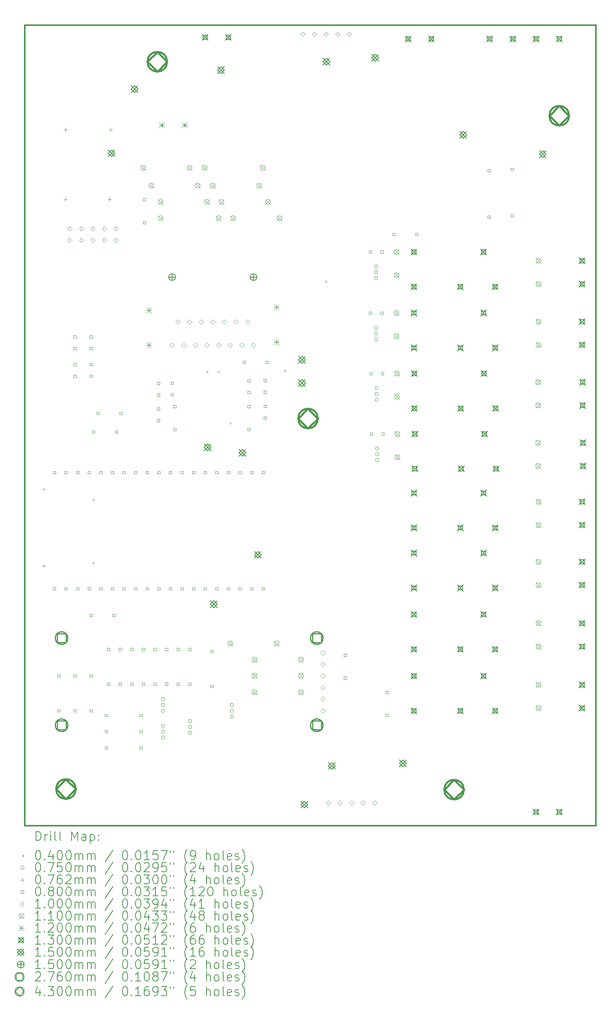
<source format=gbr>
%FSLAX45Y45*%
G04 Gerber Fmt 4.5, Leading zero omitted, Abs format (unit mm)*
G04 Created by KiCad (PCBNEW (6.0.2)) date 2022-03-24 16:39:38*
%MOMM*%
%LPD*%
G01*
G04 APERTURE LIST*
%TA.AperFunction,Profile*%
%ADD10C,0.300000*%
%TD*%
%ADD11C,0.200000*%
%ADD12C,0.040000*%
%ADD13C,0.075000*%
%ADD14C,0.076200*%
%ADD15C,0.080000*%
%ADD16C,0.100000*%
%ADD17C,0.110000*%
%ADD18C,0.120000*%
%ADD19C,0.130000*%
%ADD20C,0.150000*%
%ADD21C,0.276000*%
%ADD22C,0.430000*%
G04 APERTURE END LIST*
D10*
X3800000Y-4900000D02*
X16300000Y-4900000D01*
X16300000Y-4900000D02*
X16300000Y-22400000D01*
X16300000Y-22400000D02*
X3800000Y-22400000D01*
X3800000Y-22400000D02*
X3800000Y-4900000D01*
D11*
D12*
X4200000Y-15020000D02*
X4240000Y-15060000D01*
X4240000Y-15020000D02*
X4200000Y-15060000D01*
X4200000Y-16700000D02*
X4240000Y-16740000D01*
X4240000Y-16700000D02*
X4200000Y-16740000D01*
X5280000Y-15260000D02*
X5320000Y-15300000D01*
X5320000Y-15260000D02*
X5280000Y-15300000D01*
X5280000Y-16640000D02*
X5320000Y-16680000D01*
X5320000Y-16640000D02*
X5280000Y-16680000D01*
X7768400Y-12451600D02*
X7808400Y-12491600D01*
X7808400Y-12451600D02*
X7768400Y-12491600D01*
X8022400Y-12451600D02*
X8062400Y-12491600D01*
X8062400Y-12451600D02*
X8022400Y-12491600D01*
X8280000Y-13580000D02*
X8320000Y-13620000D01*
X8320000Y-13580000D02*
X8280000Y-13620000D01*
X9480000Y-12440000D02*
X9520000Y-12480000D01*
X9520000Y-12440000D02*
X9480000Y-12480000D01*
X10380000Y-10480000D02*
X10420000Y-10520000D01*
X10420000Y-10480000D02*
X10380000Y-10520000D01*
D13*
X6860700Y-19634400D02*
G75*
G03*
X6860700Y-19634400I-37500J0D01*
G01*
X6860700Y-19761400D02*
G75*
G03*
X6860700Y-19761400I-37500J0D01*
G01*
X6860700Y-19888400D02*
G75*
G03*
X6860700Y-19888400I-37500J0D01*
G01*
X6860700Y-20218600D02*
G75*
G03*
X6860700Y-20218600I-37500J0D01*
G01*
X6860700Y-20345600D02*
G75*
G03*
X6860700Y-20345600I-37500J0D01*
G01*
X6860700Y-20472600D02*
G75*
G03*
X6860700Y-20472600I-37500J0D01*
G01*
X7455500Y-20117000D02*
G75*
G03*
X7455500Y-20117000I-37500J0D01*
G01*
X7455500Y-20244000D02*
G75*
G03*
X7455500Y-20244000I-37500J0D01*
G01*
X7455500Y-20371000D02*
G75*
G03*
X7455500Y-20371000I-37500J0D01*
G01*
X8369900Y-19761400D02*
G75*
G03*
X8369900Y-19761400I-37500J0D01*
G01*
X8369900Y-19888400D02*
G75*
G03*
X8369900Y-19888400I-37500J0D01*
G01*
X8369900Y-20015400D02*
G75*
G03*
X8369900Y-20015400I-37500J0D01*
G01*
X11529000Y-10177000D02*
G75*
G03*
X11529000Y-10177000I-37500J0D01*
G01*
X11529000Y-10304000D02*
G75*
G03*
X11529000Y-10304000I-37500J0D01*
G01*
X11529000Y-10431000D02*
G75*
G03*
X11529000Y-10431000I-37500J0D01*
G01*
X11529000Y-11510500D02*
G75*
G03*
X11529000Y-11510500I-37500J0D01*
G01*
X11529000Y-11637500D02*
G75*
G03*
X11529000Y-11637500I-37500J0D01*
G01*
X11529000Y-11764500D02*
G75*
G03*
X11529000Y-11764500I-37500J0D01*
G01*
X11539641Y-12833359D02*
G75*
G03*
X11539641Y-12833359I-37500J0D01*
G01*
X11539641Y-12960359D02*
G75*
G03*
X11539641Y-12960359I-37500J0D01*
G01*
X11539641Y-13087359D02*
G75*
G03*
X11539641Y-13087359I-37500J0D01*
G01*
X11550282Y-14156218D02*
G75*
G03*
X11550282Y-14156218I-37500J0D01*
G01*
X11550282Y-14283218D02*
G75*
G03*
X11550282Y-14283218I-37500J0D01*
G01*
X11550282Y-14410218D02*
G75*
G03*
X11550282Y-14410218I-37500J0D01*
G01*
D14*
X4689000Y-7147900D02*
X4689000Y-7224100D01*
X4650900Y-7186000D02*
X4727100Y-7186000D01*
X4689000Y-8671900D02*
X4689000Y-8748100D01*
X4650900Y-8710000D02*
X4727100Y-8710000D01*
X5654200Y-8671900D02*
X5654200Y-8748100D01*
X5616100Y-8710000D02*
X5692300Y-8710000D01*
X5679600Y-7147900D02*
X5679600Y-7224100D01*
X5641500Y-7186000D02*
X5717700Y-7186000D01*
D15*
X4473029Y-14709684D02*
X4473029Y-14653115D01*
X4416460Y-14653115D01*
X4416460Y-14709684D01*
X4473029Y-14709684D01*
X4473301Y-17249317D02*
X4473301Y-17192748D01*
X4416732Y-17192748D01*
X4416732Y-17249317D01*
X4473301Y-17249317D01*
X4565485Y-19154685D02*
X4565485Y-19098116D01*
X4508916Y-19098116D01*
X4508916Y-19154685D01*
X4565485Y-19154685D01*
X4565485Y-19916685D02*
X4565485Y-19860116D01*
X4508916Y-19860116D01*
X4508916Y-19916685D01*
X4565485Y-19916685D01*
X4727029Y-14709684D02*
X4727029Y-14653115D01*
X4670460Y-14653115D01*
X4670460Y-14709684D01*
X4727029Y-14709684D01*
X4727301Y-17249317D02*
X4727301Y-17192748D01*
X4670732Y-17192748D01*
X4670732Y-17249317D01*
X4727301Y-17249317D01*
X4921085Y-19154685D02*
X4921085Y-19098116D01*
X4864516Y-19098116D01*
X4864516Y-19154685D01*
X4921085Y-19154685D01*
X4921085Y-19916685D02*
X4921085Y-19860116D01*
X4864516Y-19860116D01*
X4864516Y-19916685D01*
X4921085Y-19916685D01*
X4922535Y-11742234D02*
X4922535Y-11685665D01*
X4865966Y-11685665D01*
X4865966Y-11742234D01*
X4922535Y-11742234D01*
X4922535Y-11996234D02*
X4922535Y-11939665D01*
X4865966Y-11939665D01*
X4865966Y-11996234D01*
X4922535Y-11996234D01*
X4922535Y-12348934D02*
X4922535Y-12292365D01*
X4865966Y-12292365D01*
X4865966Y-12348934D01*
X4922535Y-12348934D01*
X4922535Y-12602934D02*
X4922535Y-12546365D01*
X4865966Y-12546365D01*
X4865966Y-12602934D01*
X4922535Y-12602934D01*
X4981029Y-14709684D02*
X4981029Y-14653115D01*
X4924460Y-14653115D01*
X4924460Y-14709684D01*
X4981029Y-14709684D01*
X4981029Y-17249685D02*
X4981029Y-17193116D01*
X4924460Y-17193116D01*
X4924460Y-17249685D01*
X4981029Y-17249685D01*
X5235029Y-14709684D02*
X5235029Y-14653115D01*
X5178460Y-14653115D01*
X5178460Y-14709684D01*
X5235029Y-14709684D01*
X5235029Y-17249685D02*
X5235029Y-17193116D01*
X5178460Y-17193116D01*
X5178460Y-17249685D01*
X5235029Y-17249685D01*
X5276685Y-19154685D02*
X5276685Y-19098116D01*
X5220116Y-19098116D01*
X5220116Y-19154685D01*
X5276685Y-19154685D01*
X5276685Y-19916685D02*
X5276685Y-19860116D01*
X5220116Y-19860116D01*
X5220116Y-19916685D01*
X5276685Y-19916685D01*
X5278135Y-11739334D02*
X5278135Y-11682765D01*
X5221566Y-11682765D01*
X5221566Y-11739334D01*
X5278135Y-11739334D01*
X5278135Y-11993334D02*
X5278135Y-11936765D01*
X5221566Y-11936765D01*
X5221566Y-11993334D01*
X5278135Y-11993334D01*
X5278135Y-12346034D02*
X5278135Y-12289465D01*
X5221566Y-12289465D01*
X5221566Y-12346034D01*
X5278135Y-12346034D01*
X5278135Y-12600034D02*
X5278135Y-12543465D01*
X5221566Y-12543465D01*
X5221566Y-12600034D01*
X5278135Y-12600034D01*
X5280685Y-17833885D02*
X5280685Y-17777316D01*
X5224116Y-17777316D01*
X5224116Y-17833885D01*
X5280685Y-17833885D01*
X5331485Y-13820684D02*
X5331485Y-13764115D01*
X5274916Y-13764115D01*
X5274916Y-13820684D01*
X5331485Y-13820684D01*
X5433085Y-13414284D02*
X5433085Y-13357715D01*
X5376516Y-13357715D01*
X5376516Y-13414284D01*
X5433085Y-13414284D01*
X5489029Y-14709684D02*
X5489029Y-14653115D01*
X5432460Y-14653115D01*
X5432460Y-14709684D01*
X5489029Y-14709684D01*
X5489029Y-17249685D02*
X5489029Y-17193116D01*
X5432460Y-17193116D01*
X5432460Y-17249685D01*
X5489029Y-17249685D01*
X5606284Y-20727085D02*
X5606284Y-20670516D01*
X5549716Y-20670516D01*
X5549716Y-20727085D01*
X5606284Y-20727085D01*
X5606884Y-20015885D02*
X5606884Y-19959316D01*
X5550316Y-19959316D01*
X5550316Y-20015885D01*
X5606884Y-20015885D01*
X5606884Y-20373885D02*
X5606884Y-20317316D01*
X5550316Y-20317316D01*
X5550316Y-20373885D01*
X5606884Y-20373885D01*
X5659184Y-18571985D02*
X5659184Y-18515416D01*
X5602615Y-18515416D01*
X5602615Y-18571985D01*
X5659184Y-18571985D01*
X5659184Y-19333985D02*
X5659184Y-19277416D01*
X5602615Y-19277416D01*
X5602615Y-19333985D01*
X5659184Y-19333985D01*
X5743028Y-14709684D02*
X5743028Y-14653115D01*
X5686459Y-14653115D01*
X5686459Y-14709684D01*
X5743028Y-14709684D01*
X5743028Y-17249685D02*
X5743028Y-17193116D01*
X5686459Y-17193116D01*
X5686459Y-17249685D01*
X5743028Y-17249685D01*
X5780684Y-17833885D02*
X5780684Y-17777316D01*
X5724115Y-17777316D01*
X5724115Y-17833885D01*
X5780684Y-17833885D01*
X5831484Y-13820684D02*
X5831484Y-13764115D01*
X5774915Y-13764115D01*
X5774915Y-13820684D01*
X5831484Y-13820684D01*
X5913184Y-18571985D02*
X5913184Y-18515416D01*
X5856615Y-18515416D01*
X5856615Y-18571985D01*
X5913184Y-18571985D01*
X5913184Y-19333985D02*
X5913184Y-19277416D01*
X5856615Y-19277416D01*
X5856615Y-19333985D01*
X5913184Y-19333985D01*
X5933084Y-13414284D02*
X5933084Y-13357715D01*
X5876515Y-13357715D01*
X5876515Y-13414284D01*
X5933084Y-13414284D01*
X5997028Y-14709684D02*
X5997028Y-14653115D01*
X5940459Y-14653115D01*
X5940459Y-14709684D01*
X5997028Y-14709684D01*
X5997028Y-17249685D02*
X5997028Y-17193116D01*
X5940459Y-17193116D01*
X5940459Y-17249685D01*
X5997028Y-17249685D01*
X6167184Y-18571985D02*
X6167184Y-18515416D01*
X6110615Y-18515416D01*
X6110615Y-18571985D01*
X6167184Y-18571985D01*
X6167184Y-19333985D02*
X6167184Y-19277416D01*
X6110615Y-19277416D01*
X6110615Y-19333985D01*
X6167184Y-19333985D01*
X6251028Y-14709684D02*
X6251028Y-14653115D01*
X6194459Y-14653115D01*
X6194459Y-14709684D01*
X6251028Y-14709684D01*
X6251028Y-17249685D02*
X6251028Y-17193116D01*
X6194459Y-17193116D01*
X6194459Y-17249685D01*
X6251028Y-17249685D01*
X6368284Y-20727085D02*
X6368284Y-20670516D01*
X6311715Y-20670516D01*
X6311715Y-20727085D01*
X6368284Y-20727085D01*
X6368884Y-20015885D02*
X6368884Y-19959316D01*
X6312315Y-19959316D01*
X6312315Y-20015885D01*
X6368884Y-20015885D01*
X6368884Y-20373885D02*
X6368884Y-20317316D01*
X6312315Y-20317316D01*
X6312315Y-20373885D01*
X6368884Y-20373885D01*
X6421184Y-18571985D02*
X6421184Y-18515416D01*
X6364615Y-18515416D01*
X6364615Y-18571985D01*
X6421184Y-18571985D01*
X6421184Y-19333985D02*
X6421184Y-19277416D01*
X6364615Y-19277416D01*
X6364615Y-19333985D01*
X6421184Y-19333985D01*
X6445084Y-8740685D02*
X6445084Y-8684116D01*
X6388515Y-8684116D01*
X6388515Y-8740685D01*
X6445084Y-8740685D01*
X6445084Y-9240685D02*
X6445084Y-9184116D01*
X6388515Y-9184116D01*
X6388515Y-9240685D01*
X6445084Y-9240685D01*
X6505028Y-14709684D02*
X6505028Y-14653115D01*
X6448459Y-14653115D01*
X6448459Y-14709684D01*
X6505028Y-14709684D01*
X6505028Y-17249685D02*
X6505028Y-17193116D01*
X6448459Y-17193116D01*
X6448459Y-17249685D01*
X6505028Y-17249685D01*
X6675184Y-18571985D02*
X6675184Y-18515416D01*
X6618615Y-18515416D01*
X6618615Y-18571985D01*
X6675184Y-18571985D01*
X6675184Y-19333985D02*
X6675184Y-19277416D01*
X6618615Y-19277416D01*
X6618615Y-19333985D01*
X6675184Y-19333985D01*
X6749884Y-12756784D02*
X6749884Y-12700215D01*
X6693315Y-12700215D01*
X6693315Y-12756784D01*
X6749884Y-12756784D01*
X6749884Y-13010784D02*
X6749884Y-12954215D01*
X6693315Y-12954215D01*
X6693315Y-13010784D01*
X6749884Y-13010784D01*
X6749884Y-13315584D02*
X6749884Y-13259015D01*
X6693315Y-13259015D01*
X6693315Y-13315584D01*
X6749884Y-13315584D01*
X6749884Y-13569584D02*
X6749884Y-13513015D01*
X6693315Y-13513015D01*
X6693315Y-13569584D01*
X6749884Y-13569584D01*
X6759028Y-14709684D02*
X6759028Y-14653115D01*
X6702459Y-14653115D01*
X6702459Y-14709684D01*
X6759028Y-14709684D01*
X6759028Y-17249685D02*
X6759028Y-17193116D01*
X6702459Y-17193116D01*
X6702459Y-17249685D01*
X6759028Y-17249685D01*
X6929184Y-18571985D02*
X6929184Y-18515416D01*
X6872615Y-18515416D01*
X6872615Y-18571985D01*
X6929184Y-18571985D01*
X6929184Y-19333985D02*
X6929184Y-19277416D01*
X6872615Y-19277416D01*
X6872615Y-19333985D01*
X6929184Y-19333985D01*
X7013028Y-14709684D02*
X7013028Y-14653115D01*
X6956459Y-14653115D01*
X6956459Y-14709684D01*
X7013028Y-14709684D01*
X7013028Y-17249685D02*
X7013028Y-17193116D01*
X6956459Y-17193116D01*
X6956459Y-17249685D01*
X7013028Y-17249685D01*
X7051484Y-12753884D02*
X7051484Y-12697315D01*
X6994915Y-12697315D01*
X6994915Y-12753884D01*
X7051484Y-12753884D01*
X7051484Y-13007884D02*
X7051484Y-12951315D01*
X6994915Y-12951315D01*
X6994915Y-13007884D01*
X7051484Y-13007884D01*
X7105484Y-13262984D02*
X7105484Y-13206415D01*
X7048915Y-13206415D01*
X7048915Y-13262984D01*
X7105484Y-13262984D01*
X7105484Y-13762984D02*
X7105484Y-13706415D01*
X7048915Y-13706415D01*
X7048915Y-13762984D01*
X7105484Y-13762984D01*
X7183184Y-18571985D02*
X7183184Y-18515416D01*
X7126615Y-18515416D01*
X7126615Y-18571985D01*
X7183184Y-18571985D01*
X7183184Y-19333985D02*
X7183184Y-19277416D01*
X7126615Y-19277416D01*
X7126615Y-19333985D01*
X7183184Y-19333985D01*
X7267028Y-14709684D02*
X7267028Y-14653115D01*
X7210459Y-14653115D01*
X7210459Y-14709684D01*
X7267028Y-14709684D01*
X7267028Y-17249685D02*
X7267028Y-17193116D01*
X7210459Y-17193116D01*
X7210459Y-17249685D01*
X7267028Y-17249685D01*
X7437184Y-18571985D02*
X7437184Y-18515416D01*
X7380615Y-18515416D01*
X7380615Y-18571985D01*
X7437184Y-18571985D01*
X7437184Y-19333985D02*
X7437184Y-19277416D01*
X7380615Y-19277416D01*
X7380615Y-19333985D01*
X7437184Y-19333985D01*
X7521028Y-14709684D02*
X7521028Y-14653115D01*
X7464459Y-14653115D01*
X7464459Y-14709684D01*
X7521028Y-14709684D01*
X7521028Y-17249685D02*
X7521028Y-17193116D01*
X7464459Y-17193116D01*
X7464459Y-17249685D01*
X7521028Y-17249685D01*
X7775028Y-14709684D02*
X7775028Y-14653115D01*
X7718459Y-14653115D01*
X7718459Y-14709684D01*
X7775028Y-14709684D01*
X7775028Y-17249685D02*
X7775028Y-17193116D01*
X7718459Y-17193116D01*
X7718459Y-17249685D01*
X7775028Y-17249685D01*
X7918284Y-18621285D02*
X7918284Y-18564716D01*
X7861715Y-18564716D01*
X7861715Y-18621285D01*
X7918284Y-18621285D01*
X7918284Y-19383285D02*
X7918284Y-19326716D01*
X7861715Y-19326716D01*
X7861715Y-19383285D01*
X7918284Y-19383285D01*
X8029028Y-14709684D02*
X8029028Y-14653115D01*
X7972459Y-14653115D01*
X7972459Y-14709684D01*
X8029028Y-14709684D01*
X8029028Y-17249685D02*
X8029028Y-17193116D01*
X7972459Y-17193116D01*
X7972459Y-17249685D01*
X8029028Y-17249685D01*
X8283028Y-14709684D02*
X8283028Y-14653115D01*
X8226459Y-14653115D01*
X8226459Y-14709684D01*
X8283028Y-14709684D01*
X8283028Y-17249685D02*
X8283028Y-17193116D01*
X8226459Y-17193116D01*
X8226459Y-17249685D01*
X8283028Y-17249685D01*
X8537029Y-14709684D02*
X8537029Y-14653115D01*
X8480460Y-14653115D01*
X8480460Y-14709684D01*
X8537029Y-14709684D01*
X8537029Y-17249685D02*
X8537029Y-17193116D01*
X8480460Y-17193116D01*
X8480460Y-17249685D01*
X8537029Y-17249685D01*
X8629485Y-12296684D02*
X8629485Y-12240115D01*
X8572916Y-12240115D01*
X8572916Y-12296684D01*
X8629485Y-12296684D01*
X8731085Y-12703084D02*
X8731085Y-12646515D01*
X8674516Y-12646515D01*
X8674516Y-12703084D01*
X8731085Y-12703084D01*
X8731085Y-12957084D02*
X8731085Y-12900515D01*
X8674516Y-12900515D01*
X8674516Y-12957084D01*
X8731085Y-12957084D01*
X8731085Y-13265884D02*
X8731085Y-13209315D01*
X8674516Y-13209315D01*
X8674516Y-13265884D01*
X8731085Y-13265884D01*
X8731085Y-13765884D02*
X8731085Y-13709315D01*
X8674516Y-13709315D01*
X8674516Y-13765884D01*
X8731085Y-13765884D01*
X8791029Y-14709684D02*
X8791029Y-14653115D01*
X8734460Y-14653115D01*
X8734460Y-14709684D01*
X8791029Y-14709684D01*
X8791029Y-17249685D02*
X8791029Y-17193116D01*
X8734460Y-17193116D01*
X8734460Y-17249685D01*
X8791029Y-17249685D01*
X9045029Y-14709684D02*
X9045029Y-14653115D01*
X8988460Y-14653115D01*
X8988460Y-14709684D01*
X9045029Y-14709684D01*
X9045029Y-17249685D02*
X9045029Y-17193116D01*
X8988460Y-17193116D01*
X8988460Y-17249685D01*
X9045029Y-17249685D01*
X9086685Y-12700184D02*
X9086685Y-12643615D01*
X9030116Y-12643615D01*
X9030116Y-12700184D01*
X9086685Y-12700184D01*
X9086685Y-12954184D02*
X9086685Y-12897615D01*
X9030116Y-12897615D01*
X9030116Y-12954184D01*
X9086685Y-12954184D01*
X9086685Y-13261884D02*
X9086685Y-13205315D01*
X9030116Y-13205315D01*
X9030116Y-13261884D01*
X9086685Y-13261884D01*
X9086685Y-13515884D02*
X9086685Y-13459315D01*
X9030116Y-13459315D01*
X9030116Y-13515884D01*
X9086685Y-13515884D01*
X9129485Y-12296684D02*
X9129485Y-12240115D01*
X9072916Y-12240115D01*
X9072916Y-12296684D01*
X9129485Y-12296684D01*
X10838685Y-18699085D02*
X10838685Y-18642516D01*
X10782116Y-18642516D01*
X10782116Y-18699085D01*
X10838685Y-18699085D01*
X10838685Y-19199085D02*
X10838685Y-19142516D01*
X10782116Y-19142516D01*
X10782116Y-19199085D01*
X10838685Y-19199085D01*
X11392784Y-9887785D02*
X11392784Y-9831216D01*
X11336215Y-9831216D01*
X11336215Y-9887785D01*
X11392784Y-9887785D01*
X11392784Y-11221284D02*
X11392784Y-11164716D01*
X11336215Y-11164716D01*
X11336215Y-11221284D01*
X11392784Y-11221284D01*
X11403425Y-12544144D02*
X11403425Y-12487575D01*
X11346856Y-12487575D01*
X11346856Y-12544144D01*
X11403425Y-12544144D01*
X11414066Y-13867003D02*
X11414066Y-13810434D01*
X11357497Y-13810434D01*
X11357497Y-13867003D01*
X11414066Y-13867003D01*
X11646784Y-9887785D02*
X11646784Y-9831216D01*
X11590215Y-9831216D01*
X11590215Y-9887785D01*
X11646784Y-9887785D01*
X11646784Y-11221284D02*
X11646784Y-11164716D01*
X11590215Y-11164716D01*
X11590215Y-11221284D01*
X11646784Y-11221284D01*
X11657425Y-12544144D02*
X11657425Y-12487575D01*
X11600856Y-12487575D01*
X11600856Y-12544144D01*
X11657425Y-12544144D01*
X11668066Y-13867003D02*
X11668066Y-13810434D01*
X11611497Y-13810434D01*
X11611497Y-13867003D01*
X11668066Y-13867003D01*
X11753084Y-19511885D02*
X11753084Y-19455316D01*
X11696515Y-19455316D01*
X11696515Y-19511885D01*
X11753084Y-19511885D01*
X11753084Y-20011885D02*
X11753084Y-19955316D01*
X11696515Y-19955316D01*
X11696515Y-20011885D01*
X11753084Y-20011885D01*
X11909484Y-9500285D02*
X11909484Y-9443716D01*
X11852915Y-9443716D01*
X11852915Y-9500285D01*
X11909484Y-9500285D01*
X12409484Y-9500285D02*
X12409484Y-9443716D01*
X12352915Y-9443716D01*
X12352915Y-9500285D01*
X12409484Y-9500285D01*
X13988284Y-8103284D02*
X13988284Y-8046715D01*
X13931715Y-8046715D01*
X13931715Y-8103284D01*
X13988284Y-8103284D01*
X13988284Y-9119285D02*
X13988284Y-9062716D01*
X13931715Y-9062716D01*
X13931715Y-9119285D01*
X13988284Y-9119285D01*
X14496284Y-8077884D02*
X14496284Y-8021315D01*
X14439715Y-8021315D01*
X14439715Y-8077884D01*
X14496284Y-8077884D01*
X14496284Y-9093885D02*
X14496284Y-9037316D01*
X14439715Y-9037316D01*
X14439715Y-9093885D01*
X14496284Y-9093885D01*
D16*
X4784000Y-9396000D02*
X4834000Y-9346000D01*
X4784000Y-9296000D01*
X4734000Y-9346000D01*
X4784000Y-9396000D01*
X4784000Y-9650000D02*
X4834000Y-9600000D01*
X4784000Y-9550000D01*
X4734000Y-9600000D01*
X4784000Y-9650000D01*
X5038000Y-9396000D02*
X5088000Y-9346000D01*
X5038000Y-9296000D01*
X4988000Y-9346000D01*
X5038000Y-9396000D01*
X5038000Y-9650000D02*
X5088000Y-9600000D01*
X5038000Y-9550000D01*
X4988000Y-9600000D01*
X5038000Y-9650000D01*
X5292000Y-9396000D02*
X5342000Y-9346000D01*
X5292000Y-9296000D01*
X5242000Y-9346000D01*
X5292000Y-9396000D01*
X5292000Y-9650000D02*
X5342000Y-9600000D01*
X5292000Y-9550000D01*
X5242000Y-9600000D01*
X5292000Y-9650000D01*
X5546000Y-9396000D02*
X5596000Y-9346000D01*
X5546000Y-9296000D01*
X5496000Y-9346000D01*
X5546000Y-9396000D01*
X5546000Y-9650000D02*
X5596000Y-9600000D01*
X5546000Y-9550000D01*
X5496000Y-9600000D01*
X5546000Y-9650000D01*
X5800000Y-9396000D02*
X5850000Y-9346000D01*
X5800000Y-9296000D01*
X5750000Y-9346000D01*
X5800000Y-9396000D01*
X5800000Y-9650000D02*
X5850000Y-9600000D01*
X5800000Y-9550000D01*
X5750000Y-9600000D01*
X5800000Y-9650000D01*
X7026400Y-11942192D02*
X7076400Y-11892192D01*
X7026400Y-11842192D01*
X6976400Y-11892192D01*
X7026400Y-11942192D01*
X7153400Y-11434192D02*
X7203400Y-11384192D01*
X7153400Y-11334192D01*
X7103400Y-11384192D01*
X7153400Y-11434192D01*
X7280400Y-11942192D02*
X7330400Y-11892192D01*
X7280400Y-11842192D01*
X7230400Y-11892192D01*
X7280400Y-11942192D01*
X7407400Y-11434192D02*
X7457400Y-11384192D01*
X7407400Y-11334192D01*
X7357400Y-11384192D01*
X7407400Y-11434192D01*
X7534400Y-11942192D02*
X7584400Y-11892192D01*
X7534400Y-11842192D01*
X7484400Y-11892192D01*
X7534400Y-11942192D01*
X7661400Y-11434192D02*
X7711400Y-11384192D01*
X7661400Y-11334192D01*
X7611400Y-11384192D01*
X7661400Y-11434192D01*
X7788400Y-11942192D02*
X7838400Y-11892192D01*
X7788400Y-11842192D01*
X7738400Y-11892192D01*
X7788400Y-11942192D01*
X7915400Y-11434192D02*
X7965400Y-11384192D01*
X7915400Y-11334192D01*
X7865400Y-11384192D01*
X7915400Y-11434192D01*
X8042400Y-11942192D02*
X8092400Y-11892192D01*
X8042400Y-11842192D01*
X7992400Y-11892192D01*
X8042400Y-11942192D01*
X8169400Y-11434192D02*
X8219400Y-11384192D01*
X8169400Y-11334192D01*
X8119400Y-11384192D01*
X8169400Y-11434192D01*
X8296400Y-11942192D02*
X8346400Y-11892192D01*
X8296400Y-11842192D01*
X8246400Y-11892192D01*
X8296400Y-11942192D01*
X8423400Y-11434192D02*
X8473400Y-11384192D01*
X8423400Y-11334192D01*
X8373400Y-11384192D01*
X8423400Y-11434192D01*
X8550400Y-11942192D02*
X8600400Y-11892192D01*
X8550400Y-11842192D01*
X8500400Y-11892192D01*
X8550400Y-11942192D01*
X8677400Y-11434192D02*
X8727400Y-11384192D01*
X8677400Y-11334192D01*
X8627400Y-11384192D01*
X8677400Y-11434192D01*
X8804400Y-11942192D02*
X8854400Y-11892192D01*
X8804400Y-11842192D01*
X8754400Y-11892192D01*
X8804400Y-11942192D01*
X9884000Y-5150000D02*
X9934000Y-5100000D01*
X9884000Y-5050000D01*
X9834000Y-5100000D01*
X9884000Y-5150000D01*
X10138000Y-5150000D02*
X10188000Y-5100000D01*
X10138000Y-5050000D01*
X10088000Y-5100000D01*
X10138000Y-5150000D01*
X10328400Y-18668400D02*
X10378400Y-18618400D01*
X10328400Y-18568400D01*
X10278400Y-18618400D01*
X10328400Y-18668400D01*
X10328400Y-18922400D02*
X10378400Y-18872400D01*
X10328400Y-18822400D01*
X10278400Y-18872400D01*
X10328400Y-18922400D01*
X10328400Y-19176400D02*
X10378400Y-19126400D01*
X10328400Y-19076400D01*
X10278400Y-19126400D01*
X10328400Y-19176400D01*
X10328400Y-19430400D02*
X10378400Y-19380400D01*
X10328400Y-19330400D01*
X10278400Y-19380400D01*
X10328400Y-19430400D01*
X10328400Y-19684400D02*
X10378400Y-19634400D01*
X10328400Y-19584400D01*
X10278400Y-19634400D01*
X10328400Y-19684400D01*
X10328400Y-19938400D02*
X10378400Y-19888400D01*
X10328400Y-19838400D01*
X10278400Y-19888400D01*
X10328400Y-19938400D01*
X10392000Y-5150000D02*
X10442000Y-5100000D01*
X10392000Y-5050000D01*
X10342000Y-5100000D01*
X10392000Y-5150000D01*
X10446000Y-21950000D02*
X10496000Y-21900000D01*
X10446000Y-21850000D01*
X10396000Y-21900000D01*
X10446000Y-21950000D01*
X10646000Y-5150000D02*
X10696000Y-5100000D01*
X10646000Y-5050000D01*
X10596000Y-5100000D01*
X10646000Y-5150000D01*
X10700000Y-21950000D02*
X10750000Y-21900000D01*
X10700000Y-21850000D01*
X10650000Y-21900000D01*
X10700000Y-21950000D01*
X10900000Y-5150000D02*
X10950000Y-5100000D01*
X10900000Y-5050000D01*
X10850000Y-5100000D01*
X10900000Y-5150000D01*
X10954000Y-21950000D02*
X11004000Y-21900000D01*
X10954000Y-21850000D01*
X10904000Y-21900000D01*
X10954000Y-21950000D01*
X11208000Y-21950000D02*
X11258000Y-21900000D01*
X11208000Y-21850000D01*
X11158000Y-21900000D01*
X11208000Y-21950000D01*
X11462000Y-21950000D02*
X11512000Y-21900000D01*
X11462000Y-21850000D01*
X11412000Y-21900000D01*
X11462000Y-21950000D01*
D17*
X6336400Y-7963692D02*
X6446400Y-8073692D01*
X6446400Y-7963692D02*
X6336400Y-8073692D01*
X6446400Y-8018692D02*
G75*
G03*
X6446400Y-8018692I-55000J0D01*
G01*
X6514200Y-8352600D02*
X6624200Y-8462600D01*
X6624200Y-8352600D02*
X6514200Y-8462600D01*
X6624200Y-8407600D02*
G75*
G03*
X6624200Y-8407600I-55000J0D01*
G01*
X6717400Y-8708200D02*
X6827400Y-8818200D01*
X6827400Y-8708200D02*
X6717400Y-8818200D01*
X6827400Y-8763200D02*
G75*
G03*
X6827400Y-8763200I-55000J0D01*
G01*
X6717400Y-9063800D02*
X6827400Y-9173800D01*
X6827400Y-9063800D02*
X6717400Y-9173800D01*
X6827400Y-9118800D02*
G75*
G03*
X6827400Y-9118800I-55000J0D01*
G01*
X7352400Y-7963692D02*
X7462400Y-8073692D01*
X7462400Y-7963692D02*
X7352400Y-8073692D01*
X7462400Y-8018692D02*
G75*
G03*
X7462400Y-8018692I-55000J0D01*
G01*
X7530200Y-8352600D02*
X7640200Y-8462600D01*
X7640200Y-8352600D02*
X7530200Y-8462600D01*
X7640200Y-8407600D02*
G75*
G03*
X7640200Y-8407600I-55000J0D01*
G01*
X7682600Y-7963692D02*
X7792600Y-8073692D01*
X7792600Y-7963692D02*
X7682600Y-8073692D01*
X7792600Y-8018692D02*
G75*
G03*
X7792600Y-8018692I-55000J0D01*
G01*
X7733400Y-8708200D02*
X7843400Y-8818200D01*
X7843400Y-8708200D02*
X7733400Y-8818200D01*
X7843400Y-8763200D02*
G75*
G03*
X7843400Y-8763200I-55000J0D01*
G01*
X7860400Y-8352600D02*
X7970400Y-8462600D01*
X7970400Y-8352600D02*
X7860400Y-8462600D01*
X7970400Y-8407600D02*
G75*
G03*
X7970400Y-8407600I-55000J0D01*
G01*
X7987400Y-9063800D02*
X8097400Y-9173800D01*
X8097400Y-9063800D02*
X7987400Y-9173800D01*
X8097400Y-9118800D02*
G75*
G03*
X8097400Y-9118800I-55000J0D01*
G01*
X8050900Y-8708200D02*
X8160900Y-8818200D01*
X8160900Y-8708200D02*
X8050900Y-8818200D01*
X8160900Y-8763200D02*
G75*
G03*
X8160900Y-8763200I-55000J0D01*
G01*
X8241400Y-18360200D02*
X8351400Y-18470200D01*
X8351400Y-18360200D02*
X8241400Y-18470200D01*
X8351400Y-18415200D02*
G75*
G03*
X8351400Y-18415200I-55000J0D01*
G01*
X8304900Y-9063800D02*
X8414900Y-9173800D01*
X8414900Y-9063800D02*
X8304900Y-9173800D01*
X8414900Y-9118800D02*
G75*
G03*
X8414900Y-9118800I-55000J0D01*
G01*
X8774200Y-18715800D02*
X8884200Y-18825800D01*
X8884200Y-18715800D02*
X8774200Y-18825800D01*
X8884200Y-18770800D02*
G75*
G03*
X8884200Y-18770800I-55000J0D01*
G01*
X8774200Y-19069000D02*
X8884200Y-19179000D01*
X8884200Y-19069000D02*
X8774200Y-19179000D01*
X8884200Y-19124000D02*
G75*
G03*
X8884200Y-19124000I-55000J0D01*
G01*
X8774200Y-19427000D02*
X8884200Y-19537000D01*
X8884200Y-19427000D02*
X8774200Y-19537000D01*
X8884200Y-19482000D02*
G75*
G03*
X8884200Y-19482000I-55000J0D01*
G01*
X8876400Y-8352600D02*
X8986400Y-8462600D01*
X8986400Y-8352600D02*
X8876400Y-8462600D01*
X8986400Y-8407600D02*
G75*
G03*
X8986400Y-8407600I-55000J0D01*
G01*
X8952600Y-7963692D02*
X9062600Y-8073692D01*
X9062600Y-7963692D02*
X8952600Y-8073692D01*
X9062600Y-8018692D02*
G75*
G03*
X9062600Y-8018692I-55000J0D01*
G01*
X9066900Y-8708200D02*
X9176900Y-8818200D01*
X9176900Y-8708200D02*
X9066900Y-8818200D01*
X9176900Y-8763200D02*
G75*
G03*
X9176900Y-8763200I-55000J0D01*
G01*
X9257400Y-18360200D02*
X9367400Y-18470200D01*
X9367400Y-18360200D02*
X9257400Y-18470200D01*
X9367400Y-18415200D02*
G75*
G03*
X9367400Y-18415200I-55000J0D01*
G01*
X9320900Y-9063800D02*
X9430900Y-9173800D01*
X9430900Y-9063800D02*
X9320900Y-9173800D01*
X9430900Y-9118800D02*
G75*
G03*
X9430900Y-9118800I-55000J0D01*
G01*
X9790200Y-18715800D02*
X9900200Y-18825800D01*
X9900200Y-18715800D02*
X9790200Y-18825800D01*
X9900200Y-18770800D02*
G75*
G03*
X9900200Y-18770800I-55000J0D01*
G01*
X9790200Y-19069000D02*
X9900200Y-19179000D01*
X9900200Y-19069000D02*
X9790200Y-19179000D01*
X9900200Y-19124000D02*
G75*
G03*
X9900200Y-19124000I-55000J0D01*
G01*
X9790200Y-19427000D02*
X9900200Y-19537000D01*
X9900200Y-19427000D02*
X9790200Y-19537000D01*
X9900200Y-19482000D02*
G75*
G03*
X9900200Y-19482000I-55000J0D01*
G01*
X11881000Y-9804500D02*
X11991000Y-9914500D01*
X11991000Y-9804500D02*
X11881000Y-9914500D01*
X11991000Y-9859500D02*
G75*
G03*
X11991000Y-9859500I-55000J0D01*
G01*
X11881000Y-10312500D02*
X11991000Y-10422500D01*
X11991000Y-10312500D02*
X11881000Y-10422500D01*
X11991000Y-10367500D02*
G75*
G03*
X11991000Y-10367500I-55000J0D01*
G01*
X11881000Y-11138000D02*
X11991000Y-11248000D01*
X11991000Y-11138000D02*
X11881000Y-11248000D01*
X11991000Y-11193000D02*
G75*
G03*
X11991000Y-11193000I-55000J0D01*
G01*
X11881000Y-11646000D02*
X11991000Y-11756000D01*
X11991000Y-11646000D02*
X11881000Y-11756000D01*
X11991000Y-11701000D02*
G75*
G03*
X11991000Y-11701000I-55000J0D01*
G01*
X11891641Y-12460859D02*
X12001641Y-12570859D01*
X12001641Y-12460859D02*
X11891641Y-12570859D01*
X12001641Y-12515859D02*
G75*
G03*
X12001641Y-12515859I-55000J0D01*
G01*
X11891641Y-12968859D02*
X12001641Y-13078859D01*
X12001641Y-12968859D02*
X11891641Y-13078859D01*
X12001641Y-13023859D02*
G75*
G03*
X12001641Y-13023859I-55000J0D01*
G01*
X11902282Y-13783718D02*
X12012282Y-13893718D01*
X12012282Y-13783718D02*
X11902282Y-13893718D01*
X12012282Y-13838718D02*
G75*
G03*
X12012282Y-13838718I-55000J0D01*
G01*
X11902282Y-14291718D02*
X12012282Y-14401718D01*
X12012282Y-14291718D02*
X11902282Y-14401718D01*
X12012282Y-14346718D02*
G75*
G03*
X12012282Y-14346718I-55000J0D01*
G01*
X14979800Y-12651359D02*
X15089800Y-12761359D01*
X15089800Y-12651359D02*
X14979800Y-12761359D01*
X15089800Y-12706359D02*
G75*
G03*
X15089800Y-12706359I-55000J0D01*
G01*
X14979800Y-13159359D02*
X15089800Y-13269359D01*
X15089800Y-13159359D02*
X14979800Y-13269359D01*
X15089800Y-13214359D02*
G75*
G03*
X15089800Y-13214359I-55000J0D01*
G01*
X14979800Y-13974218D02*
X15089800Y-14084218D01*
X15089800Y-13974218D02*
X14979800Y-14084218D01*
X15089800Y-14029218D02*
G75*
G03*
X15089800Y-14029218I-55000J0D01*
G01*
X14979800Y-14482218D02*
X15089800Y-14592218D01*
X15089800Y-14482218D02*
X14979800Y-14592218D01*
X15089800Y-14537218D02*
G75*
G03*
X15089800Y-14537218I-55000J0D01*
G01*
X14992000Y-16577718D02*
X15102000Y-16687718D01*
X15102000Y-16577718D02*
X14992000Y-16687718D01*
X15102000Y-16632718D02*
G75*
G03*
X15102000Y-16632718I-55000J0D01*
G01*
X14992000Y-17085718D02*
X15102000Y-17195718D01*
X15102000Y-17085718D02*
X14992000Y-17195718D01*
X15102000Y-17140718D02*
G75*
G03*
X15102000Y-17140718I-55000J0D01*
G01*
X14992000Y-17921859D02*
X15102000Y-18031859D01*
X15102000Y-17921859D02*
X14992000Y-18031859D01*
X15102000Y-17976859D02*
G75*
G03*
X15102000Y-17976859I-55000J0D01*
G01*
X14992000Y-18429859D02*
X15102000Y-18539859D01*
X15102000Y-18429859D02*
X14992000Y-18539859D01*
X15102000Y-18484859D02*
G75*
G03*
X15102000Y-18484859I-55000J0D01*
G01*
X14992500Y-9995000D02*
X15102500Y-10105000D01*
X15102500Y-9995000D02*
X14992500Y-10105000D01*
X15102500Y-10050000D02*
G75*
G03*
X15102500Y-10050000I-55000J0D01*
G01*
X14992500Y-10503000D02*
X15102500Y-10613000D01*
X15102500Y-10503000D02*
X14992500Y-10613000D01*
X15102500Y-10558000D02*
G75*
G03*
X15102500Y-10558000I-55000J0D01*
G01*
X14992500Y-11328500D02*
X15102500Y-11438500D01*
X15102500Y-11328500D02*
X14992500Y-11438500D01*
X15102500Y-11383500D02*
G75*
G03*
X15102500Y-11383500I-55000J0D01*
G01*
X14992500Y-11836500D02*
X15102500Y-11946500D01*
X15102500Y-11836500D02*
X14992500Y-11946500D01*
X15102500Y-11891500D02*
G75*
G03*
X15102500Y-11891500I-55000J0D01*
G01*
X14992500Y-15265500D02*
X15102500Y-15375500D01*
X15102500Y-15265500D02*
X14992500Y-15375500D01*
X15102500Y-15320500D02*
G75*
G03*
X15102500Y-15320500I-55000J0D01*
G01*
X14992500Y-15773500D02*
X15102500Y-15883500D01*
X15102500Y-15773500D02*
X14992500Y-15883500D01*
X15102500Y-15828500D02*
G75*
G03*
X15102500Y-15828500I-55000J0D01*
G01*
X14992500Y-19266000D02*
X15102500Y-19376000D01*
X15102500Y-19266000D02*
X14992500Y-19376000D01*
X15102500Y-19321000D02*
G75*
G03*
X15102500Y-19321000I-55000J0D01*
G01*
X14992500Y-19774000D02*
X15102500Y-19884000D01*
X15102500Y-19774000D02*
X14992500Y-19884000D01*
X15102500Y-19829000D02*
G75*
G03*
X15102500Y-19829000I-55000J0D01*
G01*
D18*
X6458400Y-11070193D02*
X6578400Y-11190192D01*
X6578400Y-11070193D02*
X6458400Y-11190192D01*
X6518400Y-11070193D02*
X6518400Y-11190192D01*
X6458400Y-11130193D02*
X6578400Y-11130193D01*
X6458400Y-11832192D02*
X6578400Y-11952192D01*
X6578400Y-11832192D02*
X6458400Y-11952192D01*
X6518400Y-11832192D02*
X6518400Y-11952192D01*
X6458400Y-11892192D02*
X6578400Y-11892192D01*
X6740000Y-7024400D02*
X6860000Y-7144400D01*
X6860000Y-7024400D02*
X6740000Y-7144400D01*
X6800000Y-7024400D02*
X6800000Y-7144400D01*
X6740000Y-7084400D02*
X6860000Y-7084400D01*
X7240000Y-7024400D02*
X7360000Y-7144400D01*
X7360000Y-7024400D02*
X7240000Y-7144400D01*
X7300000Y-7024400D02*
X7300000Y-7144400D01*
X7240000Y-7084400D02*
X7360000Y-7084400D01*
X9252400Y-11006693D02*
X9372400Y-11126693D01*
X9372400Y-11006693D02*
X9252400Y-11126693D01*
X9312400Y-11006693D02*
X9312400Y-11126693D01*
X9252400Y-11066693D02*
X9372400Y-11066693D01*
X9252400Y-11768692D02*
X9372400Y-11888692D01*
X9372400Y-11768692D02*
X9252400Y-11888692D01*
X9312400Y-11768692D02*
X9312400Y-11888692D01*
X9252400Y-11828692D02*
X9372400Y-11828692D01*
D19*
X7681500Y-5104500D02*
X7811500Y-5234500D01*
X7811500Y-5104500D02*
X7681500Y-5234500D01*
X7792462Y-5215462D02*
X7792462Y-5123538D01*
X7700538Y-5123538D01*
X7700538Y-5215462D01*
X7792462Y-5215462D01*
X8189500Y-5104500D02*
X8319500Y-5234500D01*
X8319500Y-5104500D02*
X8189500Y-5234500D01*
X8300462Y-5215462D02*
X8300462Y-5123538D01*
X8208538Y-5123538D01*
X8208538Y-5215462D01*
X8300462Y-5215462D01*
X12127000Y-5135000D02*
X12257000Y-5265000D01*
X12257000Y-5135000D02*
X12127000Y-5265000D01*
X12237962Y-5245962D02*
X12237962Y-5154038D01*
X12146038Y-5154038D01*
X12146038Y-5245962D01*
X12237962Y-5245962D01*
X12253000Y-16376218D02*
X12383000Y-16506218D01*
X12383000Y-16376218D02*
X12253000Y-16506218D01*
X12363962Y-16487181D02*
X12363962Y-16395256D01*
X12272038Y-16395256D01*
X12272038Y-16487181D01*
X12363962Y-16487181D01*
X12253000Y-17138218D02*
X12383000Y-17268218D01*
X12383000Y-17138218D02*
X12253000Y-17268218D01*
X12363962Y-17249181D02*
X12363962Y-17157256D01*
X12272038Y-17157256D01*
X12272038Y-17249181D01*
X12363962Y-17249181D01*
X12253000Y-17720359D02*
X12383000Y-17850359D01*
X12383000Y-17720359D02*
X12253000Y-17850359D01*
X12363962Y-17831322D02*
X12363962Y-17739397D01*
X12272038Y-17739397D01*
X12272038Y-17831322D01*
X12363962Y-17831322D01*
X12253000Y-18482359D02*
X12383000Y-18612359D01*
X12383000Y-18482359D02*
X12253000Y-18612359D01*
X12363962Y-18593322D02*
X12363962Y-18501397D01*
X12272038Y-18501397D01*
X12272038Y-18593322D01*
X12363962Y-18593322D01*
X12253500Y-9793500D02*
X12383500Y-9923500D01*
X12383500Y-9793500D02*
X12253500Y-9923500D01*
X12364462Y-9904462D02*
X12364462Y-9812538D01*
X12272538Y-9812538D01*
X12272538Y-9904462D01*
X12364462Y-9904462D01*
X12253500Y-10555500D02*
X12383500Y-10685500D01*
X12383500Y-10555500D02*
X12253500Y-10685500D01*
X12364462Y-10666462D02*
X12364462Y-10574538D01*
X12272538Y-10574538D01*
X12272538Y-10666462D01*
X12364462Y-10666462D01*
X12253500Y-11127000D02*
X12383500Y-11257000D01*
X12383500Y-11127000D02*
X12253500Y-11257000D01*
X12364462Y-11237962D02*
X12364462Y-11146038D01*
X12272538Y-11146038D01*
X12272538Y-11237962D01*
X12364462Y-11237962D01*
X12253500Y-11889000D02*
X12383500Y-12019000D01*
X12383500Y-11889000D02*
X12253500Y-12019000D01*
X12364462Y-11999962D02*
X12364462Y-11908038D01*
X12272538Y-11908038D01*
X12272538Y-11999962D01*
X12364462Y-11999962D01*
X12253500Y-15064000D02*
X12383500Y-15194000D01*
X12383500Y-15064000D02*
X12253500Y-15194000D01*
X12364462Y-15174962D02*
X12364462Y-15083038D01*
X12272538Y-15083038D01*
X12272538Y-15174962D01*
X12364462Y-15174962D01*
X12253500Y-15826000D02*
X12383500Y-15956000D01*
X12383500Y-15826000D02*
X12253500Y-15956000D01*
X12364462Y-15936962D02*
X12364462Y-15845038D01*
X12272538Y-15845038D01*
X12272538Y-15936962D01*
X12364462Y-15936962D01*
X12253500Y-19064500D02*
X12383500Y-19194500D01*
X12383500Y-19064500D02*
X12253500Y-19194500D01*
X12364462Y-19175462D02*
X12364462Y-19083538D01*
X12272538Y-19083538D01*
X12272538Y-19175462D01*
X12364462Y-19175462D01*
X12253500Y-19826500D02*
X12383500Y-19956500D01*
X12383500Y-19826500D02*
X12253500Y-19956500D01*
X12364462Y-19937462D02*
X12364462Y-19845538D01*
X12272538Y-19845538D01*
X12272538Y-19937462D01*
X12364462Y-19937462D01*
X12264141Y-12449859D02*
X12394141Y-12579859D01*
X12394141Y-12449859D02*
X12264141Y-12579859D01*
X12375103Y-12560821D02*
X12375103Y-12468897D01*
X12283178Y-12468897D01*
X12283178Y-12560821D01*
X12375103Y-12560821D01*
X12264141Y-13211859D02*
X12394141Y-13341859D01*
X12394141Y-13211859D02*
X12264141Y-13341859D01*
X12375103Y-13322821D02*
X12375103Y-13230897D01*
X12283178Y-13230897D01*
X12283178Y-13322821D01*
X12375103Y-13322821D01*
X12274782Y-13772718D02*
X12404782Y-13902718D01*
X12404782Y-13772718D02*
X12274782Y-13902718D01*
X12385744Y-13883681D02*
X12385744Y-13791756D01*
X12293819Y-13791756D01*
X12293819Y-13883681D01*
X12385744Y-13883681D01*
X12274782Y-14534718D02*
X12404782Y-14664718D01*
X12404782Y-14534718D02*
X12274782Y-14664718D01*
X12385744Y-14645681D02*
X12385744Y-14553756D01*
X12293819Y-14553756D01*
X12293819Y-14645681D01*
X12385744Y-14645681D01*
X12635000Y-5135000D02*
X12765000Y-5265000D01*
X12765000Y-5135000D02*
X12635000Y-5265000D01*
X12745962Y-5245962D02*
X12745962Y-5154038D01*
X12654038Y-5154038D01*
X12654038Y-5245962D01*
X12745962Y-5245962D01*
X13269000Y-17138218D02*
X13399000Y-17268218D01*
X13399000Y-17138218D02*
X13269000Y-17268218D01*
X13379962Y-17249181D02*
X13379962Y-17157256D01*
X13288038Y-17157256D01*
X13288038Y-17249181D01*
X13379962Y-17249181D01*
X13269000Y-18482359D02*
X13399000Y-18612359D01*
X13399000Y-18482359D02*
X13269000Y-18612359D01*
X13379962Y-18593322D02*
X13379962Y-18501397D01*
X13288038Y-18501397D01*
X13288038Y-18593322D01*
X13379962Y-18593322D01*
X13269500Y-10555500D02*
X13399500Y-10685500D01*
X13399500Y-10555500D02*
X13269500Y-10685500D01*
X13380462Y-10666462D02*
X13380462Y-10574538D01*
X13288538Y-10574538D01*
X13288538Y-10666462D01*
X13380462Y-10666462D01*
X13269500Y-11889000D02*
X13399500Y-12019000D01*
X13399500Y-11889000D02*
X13269500Y-12019000D01*
X13380462Y-11999962D02*
X13380462Y-11908038D01*
X13288538Y-11908038D01*
X13288538Y-11999962D01*
X13380462Y-11999962D01*
X13269500Y-15826000D02*
X13399500Y-15956000D01*
X13399500Y-15826000D02*
X13269500Y-15956000D01*
X13380462Y-15936962D02*
X13380462Y-15845038D01*
X13288538Y-15845038D01*
X13288538Y-15936962D01*
X13380462Y-15936962D01*
X13269500Y-19826500D02*
X13399500Y-19956500D01*
X13399500Y-19826500D02*
X13269500Y-19956500D01*
X13380462Y-19937462D02*
X13380462Y-19845538D01*
X13288538Y-19845538D01*
X13288538Y-19937462D01*
X13380462Y-19937462D01*
X13280141Y-13211859D02*
X13410141Y-13341859D01*
X13410141Y-13211859D02*
X13280141Y-13341859D01*
X13391103Y-13322821D02*
X13391103Y-13230897D01*
X13299178Y-13230897D01*
X13299178Y-13322821D01*
X13391103Y-13322821D01*
X13290782Y-14534718D02*
X13420782Y-14664718D01*
X13420782Y-14534718D02*
X13290782Y-14664718D01*
X13401744Y-14645681D02*
X13401744Y-14553756D01*
X13309819Y-14553756D01*
X13309819Y-14645681D01*
X13401744Y-14645681D01*
X13777000Y-16376218D02*
X13907000Y-16506218D01*
X13907000Y-16376218D02*
X13777000Y-16506218D01*
X13887962Y-16487181D02*
X13887962Y-16395256D01*
X13796038Y-16395256D01*
X13796038Y-16487181D01*
X13887962Y-16487181D01*
X13777000Y-17720359D02*
X13907000Y-17850359D01*
X13907000Y-17720359D02*
X13777000Y-17850359D01*
X13887962Y-17831322D02*
X13887962Y-17739397D01*
X13796038Y-17739397D01*
X13796038Y-17831322D01*
X13887962Y-17831322D01*
X13777500Y-9793500D02*
X13907500Y-9923500D01*
X13907500Y-9793500D02*
X13777500Y-9923500D01*
X13888462Y-9904462D02*
X13888462Y-9812538D01*
X13796538Y-9812538D01*
X13796538Y-9904462D01*
X13888462Y-9904462D01*
X13777500Y-11127000D02*
X13907500Y-11257000D01*
X13907500Y-11127000D02*
X13777500Y-11257000D01*
X13888462Y-11237962D02*
X13888462Y-11146038D01*
X13796538Y-11146038D01*
X13796538Y-11237962D01*
X13888462Y-11237962D01*
X13777500Y-15064000D02*
X13907500Y-15194000D01*
X13907500Y-15064000D02*
X13777500Y-15194000D01*
X13888462Y-15174962D02*
X13888462Y-15083038D01*
X13796538Y-15083038D01*
X13796538Y-15174962D01*
X13888462Y-15174962D01*
X13777500Y-19064500D02*
X13907500Y-19194500D01*
X13907500Y-19064500D02*
X13777500Y-19194500D01*
X13888462Y-19175462D02*
X13888462Y-19083538D01*
X13796538Y-19083538D01*
X13796538Y-19175462D01*
X13888462Y-19175462D01*
X13788141Y-12449859D02*
X13918141Y-12579859D01*
X13918141Y-12449859D02*
X13788141Y-12579859D01*
X13899103Y-12560821D02*
X13899103Y-12468897D01*
X13807178Y-12468897D01*
X13807178Y-12560821D01*
X13899103Y-12560821D01*
X13798782Y-13772718D02*
X13928782Y-13902718D01*
X13928782Y-13772718D02*
X13798782Y-13902718D01*
X13909744Y-13883681D02*
X13909744Y-13791756D01*
X13817819Y-13791756D01*
X13817819Y-13883681D01*
X13909744Y-13883681D01*
X13911000Y-5135000D02*
X14041000Y-5265000D01*
X14041000Y-5135000D02*
X13911000Y-5265000D01*
X14021962Y-5245962D02*
X14021962Y-5154038D01*
X13930038Y-5154038D01*
X13930038Y-5245962D01*
X14021962Y-5245962D01*
X14031000Y-17138218D02*
X14161000Y-17268218D01*
X14161000Y-17138218D02*
X14031000Y-17268218D01*
X14141962Y-17249181D02*
X14141962Y-17157256D01*
X14050038Y-17157256D01*
X14050038Y-17249181D01*
X14141962Y-17249181D01*
X14031000Y-18482359D02*
X14161000Y-18612359D01*
X14161000Y-18482359D02*
X14031000Y-18612359D01*
X14141962Y-18593322D02*
X14141962Y-18501397D01*
X14050038Y-18501397D01*
X14050038Y-18593322D01*
X14141962Y-18593322D01*
X14031500Y-10555500D02*
X14161500Y-10685500D01*
X14161500Y-10555500D02*
X14031500Y-10685500D01*
X14142462Y-10666462D02*
X14142462Y-10574538D01*
X14050538Y-10574538D01*
X14050538Y-10666462D01*
X14142462Y-10666462D01*
X14031500Y-11889000D02*
X14161500Y-12019000D01*
X14161500Y-11889000D02*
X14031500Y-12019000D01*
X14142462Y-11999962D02*
X14142462Y-11908038D01*
X14050538Y-11908038D01*
X14050538Y-11999962D01*
X14142462Y-11999962D01*
X14031500Y-15826000D02*
X14161500Y-15956000D01*
X14161500Y-15826000D02*
X14031500Y-15956000D01*
X14142462Y-15936962D02*
X14142462Y-15845038D01*
X14050538Y-15845038D01*
X14050538Y-15936962D01*
X14142462Y-15936962D01*
X14031500Y-19826500D02*
X14161500Y-19956500D01*
X14161500Y-19826500D02*
X14031500Y-19956500D01*
X14142462Y-19937462D02*
X14142462Y-19845538D01*
X14050538Y-19845538D01*
X14050538Y-19937462D01*
X14142462Y-19937462D01*
X14042141Y-13211859D02*
X14172141Y-13341859D01*
X14172141Y-13211859D02*
X14042141Y-13341859D01*
X14153103Y-13322821D02*
X14153103Y-13230897D01*
X14061178Y-13230897D01*
X14061178Y-13322821D01*
X14153103Y-13322821D01*
X14052782Y-14534718D02*
X14182782Y-14664718D01*
X14182782Y-14534718D02*
X14052782Y-14664718D01*
X14163744Y-14645681D02*
X14163744Y-14553756D01*
X14071819Y-14553756D01*
X14071819Y-14645681D01*
X14163744Y-14645681D01*
X14419000Y-5135000D02*
X14549000Y-5265000D01*
X14549000Y-5135000D02*
X14419000Y-5265000D01*
X14529962Y-5245962D02*
X14529962Y-5154038D01*
X14438038Y-5154038D01*
X14438038Y-5245962D01*
X14529962Y-5245962D01*
X14927000Y-5135000D02*
X15057000Y-5265000D01*
X15057000Y-5135000D02*
X14927000Y-5265000D01*
X15037962Y-5245962D02*
X15037962Y-5154038D01*
X14946038Y-5154038D01*
X14946038Y-5245962D01*
X15037962Y-5245962D01*
X14927000Y-22035000D02*
X15057000Y-22165000D01*
X15057000Y-22035000D02*
X14927000Y-22165000D01*
X15037962Y-22145962D02*
X15037962Y-22054038D01*
X14946038Y-22054038D01*
X14946038Y-22145962D01*
X15037962Y-22145962D01*
X15435000Y-5135000D02*
X15565000Y-5265000D01*
X15565000Y-5135000D02*
X15435000Y-5265000D01*
X15545962Y-5245962D02*
X15545962Y-5154038D01*
X15454038Y-5154038D01*
X15454038Y-5245962D01*
X15545962Y-5245962D01*
X15435000Y-22035000D02*
X15565000Y-22165000D01*
X15565000Y-22035000D02*
X15435000Y-22165000D01*
X15545962Y-22145962D02*
X15545962Y-22054038D01*
X15454038Y-22054038D01*
X15454038Y-22145962D01*
X15545962Y-22145962D01*
X15934500Y-16567718D02*
X16064500Y-16697718D01*
X16064500Y-16567718D02*
X15934500Y-16697718D01*
X16045462Y-16678681D02*
X16045462Y-16586756D01*
X15953538Y-16586756D01*
X15953538Y-16678681D01*
X16045462Y-16678681D01*
X15934500Y-17075718D02*
X16064500Y-17205718D01*
X16064500Y-17075718D02*
X15934500Y-17205718D01*
X16045462Y-17186681D02*
X16045462Y-17094756D01*
X15953538Y-17094756D01*
X15953538Y-17186681D01*
X16045462Y-17186681D01*
X15934500Y-17911859D02*
X16064500Y-18041859D01*
X16064500Y-17911859D02*
X15934500Y-18041859D01*
X16045462Y-18022822D02*
X16045462Y-17930897D01*
X15953538Y-17930897D01*
X15953538Y-18022822D01*
X16045462Y-18022822D01*
X15934500Y-18419859D02*
X16064500Y-18549859D01*
X16064500Y-18419859D02*
X15934500Y-18549859D01*
X16045462Y-18530822D02*
X16045462Y-18438897D01*
X15953538Y-18438897D01*
X15953538Y-18530822D01*
X16045462Y-18530822D01*
X15935000Y-9985000D02*
X16065000Y-10115000D01*
X16065000Y-9985000D02*
X15935000Y-10115000D01*
X16045962Y-10095962D02*
X16045962Y-10004038D01*
X15954038Y-10004038D01*
X15954038Y-10095962D01*
X16045962Y-10095962D01*
X15935000Y-10493000D02*
X16065000Y-10623000D01*
X16065000Y-10493000D02*
X15935000Y-10623000D01*
X16045962Y-10603962D02*
X16045962Y-10512038D01*
X15954038Y-10512038D01*
X15954038Y-10603962D01*
X16045962Y-10603962D01*
X15935000Y-11318500D02*
X16065000Y-11448500D01*
X16065000Y-11318500D02*
X15935000Y-11448500D01*
X16045962Y-11429462D02*
X16045962Y-11337538D01*
X15954038Y-11337538D01*
X15954038Y-11429462D01*
X16045962Y-11429462D01*
X15935000Y-11826500D02*
X16065000Y-11956500D01*
X16065000Y-11826500D02*
X15935000Y-11956500D01*
X16045962Y-11937462D02*
X16045962Y-11845538D01*
X15954038Y-11845538D01*
X15954038Y-11937462D01*
X16045962Y-11937462D01*
X15935000Y-15255500D02*
X16065000Y-15385500D01*
X16065000Y-15255500D02*
X15935000Y-15385500D01*
X16045962Y-15366462D02*
X16045962Y-15274538D01*
X15954038Y-15274538D01*
X15954038Y-15366462D01*
X16045962Y-15366462D01*
X15935000Y-15763500D02*
X16065000Y-15893500D01*
X16065000Y-15763500D02*
X15935000Y-15893500D01*
X16045962Y-15874462D02*
X16045962Y-15782538D01*
X15954038Y-15782538D01*
X15954038Y-15874462D01*
X16045962Y-15874462D01*
X15935000Y-19256000D02*
X16065000Y-19386000D01*
X16065000Y-19256000D02*
X15935000Y-19386000D01*
X16045962Y-19366962D02*
X16045962Y-19275038D01*
X15954038Y-19275038D01*
X15954038Y-19366962D01*
X16045962Y-19366962D01*
X15935000Y-19764000D02*
X16065000Y-19894000D01*
X16065000Y-19764000D02*
X15935000Y-19894000D01*
X16045962Y-19874962D02*
X16045962Y-19783038D01*
X15954038Y-19783038D01*
X15954038Y-19874962D01*
X16045962Y-19874962D01*
X15945641Y-12641359D02*
X16075641Y-12771359D01*
X16075641Y-12641359D02*
X15945641Y-12771359D01*
X16056603Y-12752321D02*
X16056603Y-12660397D01*
X15964678Y-12660397D01*
X15964678Y-12752321D01*
X16056603Y-12752321D01*
X15945641Y-13149359D02*
X16075641Y-13279359D01*
X16075641Y-13149359D02*
X15945641Y-13279359D01*
X16056603Y-13260321D02*
X16056603Y-13168397D01*
X15964678Y-13168397D01*
X15964678Y-13260321D01*
X16056603Y-13260321D01*
X15956282Y-13964218D02*
X16086282Y-14094218D01*
X16086282Y-13964218D02*
X15956282Y-14094218D01*
X16067244Y-14075181D02*
X16067244Y-13983256D01*
X15975319Y-13983256D01*
X15975319Y-14075181D01*
X16067244Y-14075181D01*
X15956282Y-14472218D02*
X16086282Y-14602218D01*
X16086282Y-14472218D02*
X15956282Y-14602218D01*
X16067244Y-14583181D02*
X16067244Y-14491256D01*
X15975319Y-14491256D01*
X15975319Y-14583181D01*
X16067244Y-14583181D01*
D20*
X5625000Y-7625000D02*
X5775000Y-7775000D01*
X5775000Y-7625000D02*
X5625000Y-7775000D01*
X5700000Y-7775000D02*
X5775000Y-7700000D01*
X5700000Y-7625000D01*
X5625000Y-7700000D01*
X5700000Y-7775000D01*
X6125000Y-6225000D02*
X6275000Y-6375000D01*
X6275000Y-6225000D02*
X6125000Y-6375000D01*
X6200000Y-6375000D02*
X6275000Y-6300000D01*
X6200000Y-6225000D01*
X6125000Y-6300000D01*
X6200000Y-6375000D01*
X7727058Y-14053364D02*
X7877058Y-14203364D01*
X7877058Y-14053364D02*
X7727058Y-14203364D01*
X7802058Y-14203364D02*
X7877058Y-14128364D01*
X7802058Y-14053364D01*
X7727058Y-14128364D01*
X7802058Y-14203364D01*
X7865000Y-17485000D02*
X8015000Y-17635000D01*
X8015000Y-17485000D02*
X7865000Y-17635000D01*
X7940000Y-17635000D02*
X8015000Y-17560000D01*
X7940000Y-17485000D01*
X7865000Y-17560000D01*
X7940000Y-17635000D01*
X8020766Y-5807648D02*
X8170766Y-5957648D01*
X8170766Y-5807648D02*
X8020766Y-5957648D01*
X8095766Y-5957648D02*
X8170766Y-5882648D01*
X8095766Y-5807648D01*
X8020766Y-5882648D01*
X8095766Y-5957648D01*
X8492722Y-14174600D02*
X8642722Y-14324600D01*
X8642722Y-14174600D02*
X8492722Y-14324600D01*
X8567722Y-14324600D02*
X8642722Y-14249600D01*
X8567722Y-14174600D01*
X8492722Y-14249600D01*
X8567722Y-14324600D01*
X8825000Y-16405000D02*
X8975000Y-16555000D01*
X8975000Y-16405000D02*
X8825000Y-16555000D01*
X8900000Y-16555000D02*
X8975000Y-16480000D01*
X8900000Y-16405000D01*
X8825000Y-16480000D01*
X8900000Y-16555000D01*
X9796200Y-12142600D02*
X9946200Y-12292600D01*
X9946200Y-12142600D02*
X9796200Y-12292600D01*
X9871200Y-12292600D02*
X9946200Y-12217600D01*
X9871200Y-12142600D01*
X9796200Y-12217600D01*
X9871200Y-12292600D01*
X9796200Y-12650600D02*
X9946200Y-12800600D01*
X9946200Y-12650600D02*
X9796200Y-12800600D01*
X9871200Y-12800600D02*
X9946200Y-12725600D01*
X9871200Y-12650600D01*
X9796200Y-12725600D01*
X9871200Y-12800600D01*
X9845000Y-21865000D02*
X9995000Y-22015000D01*
X9995000Y-21865000D02*
X9845000Y-22015000D01*
X9920000Y-22015000D02*
X9995000Y-21940000D01*
X9920000Y-21865000D01*
X9845000Y-21940000D01*
X9920000Y-22015000D01*
X10325000Y-5625000D02*
X10475000Y-5775000D01*
X10475000Y-5625000D02*
X10325000Y-5775000D01*
X10400000Y-5775000D02*
X10475000Y-5700000D01*
X10400000Y-5625000D01*
X10325000Y-5700000D01*
X10400000Y-5775000D01*
X10444328Y-21018898D02*
X10594328Y-21168898D01*
X10594328Y-21018898D02*
X10444328Y-21168898D01*
X10519328Y-21168898D02*
X10594328Y-21093898D01*
X10519328Y-21018898D01*
X10444328Y-21093898D01*
X10519328Y-21168898D01*
X11395800Y-5536200D02*
X11545800Y-5686200D01*
X11545800Y-5536200D02*
X11395800Y-5686200D01*
X11470800Y-5686200D02*
X11545800Y-5611200D01*
X11470800Y-5536200D01*
X11395800Y-5611200D01*
X11470800Y-5686200D01*
X12005000Y-20965000D02*
X12155000Y-21115000D01*
X12155000Y-20965000D02*
X12005000Y-21115000D01*
X12080000Y-21115000D02*
X12155000Y-21040000D01*
X12080000Y-20965000D01*
X12005000Y-21040000D01*
X12080000Y-21115000D01*
X13321551Y-7223226D02*
X13471551Y-7373226D01*
X13471551Y-7223226D02*
X13321551Y-7373226D01*
X13396551Y-7373226D02*
X13471551Y-7298226D01*
X13396551Y-7223226D01*
X13321551Y-7298226D01*
X13396551Y-7373226D01*
X15065000Y-7645000D02*
X15215000Y-7795000D01*
X15215000Y-7645000D02*
X15065000Y-7795000D01*
X15140000Y-7795000D02*
X15215000Y-7720000D01*
X15140000Y-7645000D01*
X15065000Y-7720000D01*
X15140000Y-7795000D01*
X7025400Y-10333904D02*
X7025400Y-10483904D01*
X6950400Y-10408904D02*
X7100400Y-10408904D01*
X7100400Y-10408904D02*
G75*
G03*
X7100400Y-10408904I-75000J0D01*
G01*
X8805400Y-10333904D02*
X8805400Y-10483904D01*
X8730400Y-10408904D02*
X8880400Y-10408904D01*
X8880400Y-10408904D02*
G75*
G03*
X8880400Y-10408904I-75000J0D01*
G01*
D21*
X4701982Y-18398482D02*
X4701982Y-18203318D01*
X4506818Y-18203318D01*
X4506818Y-18398482D01*
X4701982Y-18398482D01*
X4742400Y-18300900D02*
G75*
G03*
X4742400Y-18300900I-138000J0D01*
G01*
X4701982Y-20303482D02*
X4701982Y-20108318D01*
X4506818Y-20108318D01*
X4506818Y-20303482D01*
X4701982Y-20303482D01*
X4742400Y-20205900D02*
G75*
G03*
X4742400Y-20205900I-138000J0D01*
G01*
X10289982Y-18398482D02*
X10289982Y-18203318D01*
X10094818Y-18203318D01*
X10094818Y-18398482D01*
X10289982Y-18398482D01*
X10330400Y-18300900D02*
G75*
G03*
X10330400Y-18300900I-138000J0D01*
G01*
X10289982Y-20303482D02*
X10289982Y-20108318D01*
X10094818Y-20108318D01*
X10094818Y-20303482D01*
X10289982Y-20303482D01*
X10330400Y-20205900D02*
G75*
G03*
X10330400Y-20205900I-138000J0D01*
G01*
D22*
X4700000Y-21815000D02*
X4915000Y-21600000D01*
X4700000Y-21385000D01*
X4485000Y-21600000D01*
X4700000Y-21815000D01*
X4915000Y-21600000D02*
G75*
G03*
X4915000Y-21600000I-215000J0D01*
G01*
X6700000Y-5915000D02*
X6915000Y-5700000D01*
X6700000Y-5485000D01*
X6485000Y-5700000D01*
X6700000Y-5915000D01*
X6915000Y-5700000D02*
G75*
G03*
X6915000Y-5700000I-215000J0D01*
G01*
X10000000Y-13715000D02*
X10215000Y-13500000D01*
X10000000Y-13285000D01*
X9785000Y-13500000D01*
X10000000Y-13715000D01*
X10215000Y-13500000D02*
G75*
G03*
X10215000Y-13500000I-215000J0D01*
G01*
X13198000Y-21828200D02*
X13413000Y-21613200D01*
X13198000Y-21398200D01*
X12983000Y-21613200D01*
X13198000Y-21828200D01*
X13413000Y-21613200D02*
G75*
G03*
X13413000Y-21613200I-215000J0D01*
G01*
X15500000Y-7096200D02*
X15715000Y-6881200D01*
X15500000Y-6666200D01*
X15285000Y-6881200D01*
X15500000Y-7096200D01*
X15715000Y-6881200D02*
G75*
G03*
X15715000Y-6881200I-215000J0D01*
G01*
D11*
X4042619Y-22725476D02*
X4042619Y-22525476D01*
X4090238Y-22525476D01*
X4118809Y-22535000D01*
X4137857Y-22554048D01*
X4147381Y-22573095D01*
X4156905Y-22611190D01*
X4156905Y-22639762D01*
X4147381Y-22677857D01*
X4137857Y-22696905D01*
X4118809Y-22715952D01*
X4090238Y-22725476D01*
X4042619Y-22725476D01*
X4242619Y-22725476D02*
X4242619Y-22592143D01*
X4242619Y-22630238D02*
X4252143Y-22611190D01*
X4261667Y-22601667D01*
X4280714Y-22592143D01*
X4299762Y-22592143D01*
X4366429Y-22725476D02*
X4366429Y-22592143D01*
X4366429Y-22525476D02*
X4356905Y-22535000D01*
X4366429Y-22544524D01*
X4375952Y-22535000D01*
X4366429Y-22525476D01*
X4366429Y-22544524D01*
X4490238Y-22725476D02*
X4471190Y-22715952D01*
X4461667Y-22696905D01*
X4461667Y-22525476D01*
X4595000Y-22725476D02*
X4575952Y-22715952D01*
X4566429Y-22696905D01*
X4566429Y-22525476D01*
X4823571Y-22725476D02*
X4823571Y-22525476D01*
X4890238Y-22668333D01*
X4956905Y-22525476D01*
X4956905Y-22725476D01*
X5137857Y-22725476D02*
X5137857Y-22620714D01*
X5128333Y-22601667D01*
X5109286Y-22592143D01*
X5071190Y-22592143D01*
X5052143Y-22601667D01*
X5137857Y-22715952D02*
X5118810Y-22725476D01*
X5071190Y-22725476D01*
X5052143Y-22715952D01*
X5042619Y-22696905D01*
X5042619Y-22677857D01*
X5052143Y-22658809D01*
X5071190Y-22649286D01*
X5118810Y-22649286D01*
X5137857Y-22639762D01*
X5233095Y-22592143D02*
X5233095Y-22792143D01*
X5233095Y-22601667D02*
X5252143Y-22592143D01*
X5290238Y-22592143D01*
X5309286Y-22601667D01*
X5318810Y-22611190D01*
X5328333Y-22630238D01*
X5328333Y-22687381D01*
X5318810Y-22706428D01*
X5309286Y-22715952D01*
X5290238Y-22725476D01*
X5252143Y-22725476D01*
X5233095Y-22715952D01*
X5414048Y-22706428D02*
X5423571Y-22715952D01*
X5414048Y-22725476D01*
X5404524Y-22715952D01*
X5414048Y-22706428D01*
X5414048Y-22725476D01*
X5414048Y-22601667D02*
X5423571Y-22611190D01*
X5414048Y-22620714D01*
X5404524Y-22611190D01*
X5414048Y-22601667D01*
X5414048Y-22620714D01*
D12*
X3745000Y-23035000D02*
X3785000Y-23075000D01*
X3785000Y-23035000D02*
X3745000Y-23075000D01*
D11*
X4080714Y-22945476D02*
X4099762Y-22945476D01*
X4118809Y-22955000D01*
X4128333Y-22964524D01*
X4137857Y-22983571D01*
X4147381Y-23021667D01*
X4147381Y-23069286D01*
X4137857Y-23107381D01*
X4128333Y-23126428D01*
X4118809Y-23135952D01*
X4099762Y-23145476D01*
X4080714Y-23145476D01*
X4061667Y-23135952D01*
X4052143Y-23126428D01*
X4042619Y-23107381D01*
X4033095Y-23069286D01*
X4033095Y-23021667D01*
X4042619Y-22983571D01*
X4052143Y-22964524D01*
X4061667Y-22955000D01*
X4080714Y-22945476D01*
X4233095Y-23126428D02*
X4242619Y-23135952D01*
X4233095Y-23145476D01*
X4223571Y-23135952D01*
X4233095Y-23126428D01*
X4233095Y-23145476D01*
X4414048Y-23012143D02*
X4414048Y-23145476D01*
X4366429Y-22935952D02*
X4318810Y-23078809D01*
X4442619Y-23078809D01*
X4556905Y-22945476D02*
X4575952Y-22945476D01*
X4595000Y-22955000D01*
X4604524Y-22964524D01*
X4614048Y-22983571D01*
X4623571Y-23021667D01*
X4623571Y-23069286D01*
X4614048Y-23107381D01*
X4604524Y-23126428D01*
X4595000Y-23135952D01*
X4575952Y-23145476D01*
X4556905Y-23145476D01*
X4537857Y-23135952D01*
X4528333Y-23126428D01*
X4518810Y-23107381D01*
X4509286Y-23069286D01*
X4509286Y-23021667D01*
X4518810Y-22983571D01*
X4528333Y-22964524D01*
X4537857Y-22955000D01*
X4556905Y-22945476D01*
X4747381Y-22945476D02*
X4766429Y-22945476D01*
X4785476Y-22955000D01*
X4795000Y-22964524D01*
X4804524Y-22983571D01*
X4814048Y-23021667D01*
X4814048Y-23069286D01*
X4804524Y-23107381D01*
X4795000Y-23126428D01*
X4785476Y-23135952D01*
X4766429Y-23145476D01*
X4747381Y-23145476D01*
X4728333Y-23135952D01*
X4718810Y-23126428D01*
X4709286Y-23107381D01*
X4699762Y-23069286D01*
X4699762Y-23021667D01*
X4709286Y-22983571D01*
X4718810Y-22964524D01*
X4728333Y-22955000D01*
X4747381Y-22945476D01*
X4899762Y-23145476D02*
X4899762Y-23012143D01*
X4899762Y-23031190D02*
X4909286Y-23021667D01*
X4928333Y-23012143D01*
X4956905Y-23012143D01*
X4975952Y-23021667D01*
X4985476Y-23040714D01*
X4985476Y-23145476D01*
X4985476Y-23040714D02*
X4995000Y-23021667D01*
X5014048Y-23012143D01*
X5042619Y-23012143D01*
X5061667Y-23021667D01*
X5071190Y-23040714D01*
X5071190Y-23145476D01*
X5166429Y-23145476D02*
X5166429Y-23012143D01*
X5166429Y-23031190D02*
X5175952Y-23021667D01*
X5195000Y-23012143D01*
X5223571Y-23012143D01*
X5242619Y-23021667D01*
X5252143Y-23040714D01*
X5252143Y-23145476D01*
X5252143Y-23040714D02*
X5261667Y-23021667D01*
X5280714Y-23012143D01*
X5309286Y-23012143D01*
X5328333Y-23021667D01*
X5337857Y-23040714D01*
X5337857Y-23145476D01*
X5728333Y-22935952D02*
X5556905Y-23193095D01*
X5985476Y-22945476D02*
X6004524Y-22945476D01*
X6023571Y-22955000D01*
X6033095Y-22964524D01*
X6042619Y-22983571D01*
X6052143Y-23021667D01*
X6052143Y-23069286D01*
X6042619Y-23107381D01*
X6033095Y-23126428D01*
X6023571Y-23135952D01*
X6004524Y-23145476D01*
X5985476Y-23145476D01*
X5966428Y-23135952D01*
X5956905Y-23126428D01*
X5947381Y-23107381D01*
X5937857Y-23069286D01*
X5937857Y-23021667D01*
X5947381Y-22983571D01*
X5956905Y-22964524D01*
X5966428Y-22955000D01*
X5985476Y-22945476D01*
X6137857Y-23126428D02*
X6147381Y-23135952D01*
X6137857Y-23145476D01*
X6128333Y-23135952D01*
X6137857Y-23126428D01*
X6137857Y-23145476D01*
X6271190Y-22945476D02*
X6290238Y-22945476D01*
X6309286Y-22955000D01*
X6318809Y-22964524D01*
X6328333Y-22983571D01*
X6337857Y-23021667D01*
X6337857Y-23069286D01*
X6328333Y-23107381D01*
X6318809Y-23126428D01*
X6309286Y-23135952D01*
X6290238Y-23145476D01*
X6271190Y-23145476D01*
X6252143Y-23135952D01*
X6242619Y-23126428D01*
X6233095Y-23107381D01*
X6223571Y-23069286D01*
X6223571Y-23021667D01*
X6233095Y-22983571D01*
X6242619Y-22964524D01*
X6252143Y-22955000D01*
X6271190Y-22945476D01*
X6528333Y-23145476D02*
X6414048Y-23145476D01*
X6471190Y-23145476D02*
X6471190Y-22945476D01*
X6452143Y-22974048D01*
X6433095Y-22993095D01*
X6414048Y-23002619D01*
X6709286Y-22945476D02*
X6614048Y-22945476D01*
X6604524Y-23040714D01*
X6614048Y-23031190D01*
X6633095Y-23021667D01*
X6680714Y-23021667D01*
X6699762Y-23031190D01*
X6709286Y-23040714D01*
X6718809Y-23059762D01*
X6718809Y-23107381D01*
X6709286Y-23126428D01*
X6699762Y-23135952D01*
X6680714Y-23145476D01*
X6633095Y-23145476D01*
X6614048Y-23135952D01*
X6604524Y-23126428D01*
X6785476Y-22945476D02*
X6918809Y-22945476D01*
X6833095Y-23145476D01*
X6985476Y-22945476D02*
X6985476Y-22983571D01*
X7061667Y-22945476D02*
X7061667Y-22983571D01*
X7356905Y-23221667D02*
X7347381Y-23212143D01*
X7328333Y-23183571D01*
X7318809Y-23164524D01*
X7309286Y-23135952D01*
X7299762Y-23088333D01*
X7299762Y-23050238D01*
X7309286Y-23002619D01*
X7318809Y-22974048D01*
X7328333Y-22955000D01*
X7347381Y-22926428D01*
X7356905Y-22916905D01*
X7442619Y-23145476D02*
X7480714Y-23145476D01*
X7499762Y-23135952D01*
X7509286Y-23126428D01*
X7528333Y-23097857D01*
X7537857Y-23059762D01*
X7537857Y-22983571D01*
X7528333Y-22964524D01*
X7518809Y-22955000D01*
X7499762Y-22945476D01*
X7461667Y-22945476D01*
X7442619Y-22955000D01*
X7433095Y-22964524D01*
X7423571Y-22983571D01*
X7423571Y-23031190D01*
X7433095Y-23050238D01*
X7442619Y-23059762D01*
X7461667Y-23069286D01*
X7499762Y-23069286D01*
X7518809Y-23059762D01*
X7528333Y-23050238D01*
X7537857Y-23031190D01*
X7775952Y-23145476D02*
X7775952Y-22945476D01*
X7861667Y-23145476D02*
X7861667Y-23040714D01*
X7852143Y-23021667D01*
X7833095Y-23012143D01*
X7804524Y-23012143D01*
X7785476Y-23021667D01*
X7775952Y-23031190D01*
X7985476Y-23145476D02*
X7966428Y-23135952D01*
X7956905Y-23126428D01*
X7947381Y-23107381D01*
X7947381Y-23050238D01*
X7956905Y-23031190D01*
X7966428Y-23021667D01*
X7985476Y-23012143D01*
X8014048Y-23012143D01*
X8033095Y-23021667D01*
X8042619Y-23031190D01*
X8052143Y-23050238D01*
X8052143Y-23107381D01*
X8042619Y-23126428D01*
X8033095Y-23135952D01*
X8014048Y-23145476D01*
X7985476Y-23145476D01*
X8166428Y-23145476D02*
X8147381Y-23135952D01*
X8137857Y-23116905D01*
X8137857Y-22945476D01*
X8318809Y-23135952D02*
X8299762Y-23145476D01*
X8261667Y-23145476D01*
X8242619Y-23135952D01*
X8233095Y-23116905D01*
X8233095Y-23040714D01*
X8242619Y-23021667D01*
X8261667Y-23012143D01*
X8299762Y-23012143D01*
X8318809Y-23021667D01*
X8328333Y-23040714D01*
X8328333Y-23059762D01*
X8233095Y-23078809D01*
X8404524Y-23135952D02*
X8423571Y-23145476D01*
X8461667Y-23145476D01*
X8480714Y-23135952D01*
X8490238Y-23116905D01*
X8490238Y-23107381D01*
X8480714Y-23088333D01*
X8461667Y-23078809D01*
X8433095Y-23078809D01*
X8414048Y-23069286D01*
X8404524Y-23050238D01*
X8404524Y-23040714D01*
X8414048Y-23021667D01*
X8433095Y-23012143D01*
X8461667Y-23012143D01*
X8480714Y-23021667D01*
X8556905Y-23221667D02*
X8566429Y-23212143D01*
X8585476Y-23183571D01*
X8595000Y-23164524D01*
X8604524Y-23135952D01*
X8614048Y-23088333D01*
X8614048Y-23050238D01*
X8604524Y-23002619D01*
X8595000Y-22974048D01*
X8585476Y-22955000D01*
X8566429Y-22926428D01*
X8556905Y-22916905D01*
D13*
X3785000Y-23319000D02*
G75*
G03*
X3785000Y-23319000I-37500J0D01*
G01*
D11*
X4080714Y-23209476D02*
X4099762Y-23209476D01*
X4118809Y-23219000D01*
X4128333Y-23228524D01*
X4137857Y-23247571D01*
X4147381Y-23285667D01*
X4147381Y-23333286D01*
X4137857Y-23371381D01*
X4128333Y-23390428D01*
X4118809Y-23399952D01*
X4099762Y-23409476D01*
X4080714Y-23409476D01*
X4061667Y-23399952D01*
X4052143Y-23390428D01*
X4042619Y-23371381D01*
X4033095Y-23333286D01*
X4033095Y-23285667D01*
X4042619Y-23247571D01*
X4052143Y-23228524D01*
X4061667Y-23219000D01*
X4080714Y-23209476D01*
X4233095Y-23390428D02*
X4242619Y-23399952D01*
X4233095Y-23409476D01*
X4223571Y-23399952D01*
X4233095Y-23390428D01*
X4233095Y-23409476D01*
X4309286Y-23209476D02*
X4442619Y-23209476D01*
X4356905Y-23409476D01*
X4614048Y-23209476D02*
X4518810Y-23209476D01*
X4509286Y-23304714D01*
X4518810Y-23295190D01*
X4537857Y-23285667D01*
X4585476Y-23285667D01*
X4604524Y-23295190D01*
X4614048Y-23304714D01*
X4623571Y-23323762D01*
X4623571Y-23371381D01*
X4614048Y-23390428D01*
X4604524Y-23399952D01*
X4585476Y-23409476D01*
X4537857Y-23409476D01*
X4518810Y-23399952D01*
X4509286Y-23390428D01*
X4747381Y-23209476D02*
X4766429Y-23209476D01*
X4785476Y-23219000D01*
X4795000Y-23228524D01*
X4804524Y-23247571D01*
X4814048Y-23285667D01*
X4814048Y-23333286D01*
X4804524Y-23371381D01*
X4795000Y-23390428D01*
X4785476Y-23399952D01*
X4766429Y-23409476D01*
X4747381Y-23409476D01*
X4728333Y-23399952D01*
X4718810Y-23390428D01*
X4709286Y-23371381D01*
X4699762Y-23333286D01*
X4699762Y-23285667D01*
X4709286Y-23247571D01*
X4718810Y-23228524D01*
X4728333Y-23219000D01*
X4747381Y-23209476D01*
X4899762Y-23409476D02*
X4899762Y-23276143D01*
X4899762Y-23295190D02*
X4909286Y-23285667D01*
X4928333Y-23276143D01*
X4956905Y-23276143D01*
X4975952Y-23285667D01*
X4985476Y-23304714D01*
X4985476Y-23409476D01*
X4985476Y-23304714D02*
X4995000Y-23285667D01*
X5014048Y-23276143D01*
X5042619Y-23276143D01*
X5061667Y-23285667D01*
X5071190Y-23304714D01*
X5071190Y-23409476D01*
X5166429Y-23409476D02*
X5166429Y-23276143D01*
X5166429Y-23295190D02*
X5175952Y-23285667D01*
X5195000Y-23276143D01*
X5223571Y-23276143D01*
X5242619Y-23285667D01*
X5252143Y-23304714D01*
X5252143Y-23409476D01*
X5252143Y-23304714D02*
X5261667Y-23285667D01*
X5280714Y-23276143D01*
X5309286Y-23276143D01*
X5328333Y-23285667D01*
X5337857Y-23304714D01*
X5337857Y-23409476D01*
X5728333Y-23199952D02*
X5556905Y-23457095D01*
X5985476Y-23209476D02*
X6004524Y-23209476D01*
X6023571Y-23219000D01*
X6033095Y-23228524D01*
X6042619Y-23247571D01*
X6052143Y-23285667D01*
X6052143Y-23333286D01*
X6042619Y-23371381D01*
X6033095Y-23390428D01*
X6023571Y-23399952D01*
X6004524Y-23409476D01*
X5985476Y-23409476D01*
X5966428Y-23399952D01*
X5956905Y-23390428D01*
X5947381Y-23371381D01*
X5937857Y-23333286D01*
X5937857Y-23285667D01*
X5947381Y-23247571D01*
X5956905Y-23228524D01*
X5966428Y-23219000D01*
X5985476Y-23209476D01*
X6137857Y-23390428D02*
X6147381Y-23399952D01*
X6137857Y-23409476D01*
X6128333Y-23399952D01*
X6137857Y-23390428D01*
X6137857Y-23409476D01*
X6271190Y-23209476D02*
X6290238Y-23209476D01*
X6309286Y-23219000D01*
X6318809Y-23228524D01*
X6328333Y-23247571D01*
X6337857Y-23285667D01*
X6337857Y-23333286D01*
X6328333Y-23371381D01*
X6318809Y-23390428D01*
X6309286Y-23399952D01*
X6290238Y-23409476D01*
X6271190Y-23409476D01*
X6252143Y-23399952D01*
X6242619Y-23390428D01*
X6233095Y-23371381D01*
X6223571Y-23333286D01*
X6223571Y-23285667D01*
X6233095Y-23247571D01*
X6242619Y-23228524D01*
X6252143Y-23219000D01*
X6271190Y-23209476D01*
X6414048Y-23228524D02*
X6423571Y-23219000D01*
X6442619Y-23209476D01*
X6490238Y-23209476D01*
X6509286Y-23219000D01*
X6518809Y-23228524D01*
X6528333Y-23247571D01*
X6528333Y-23266619D01*
X6518809Y-23295190D01*
X6404524Y-23409476D01*
X6528333Y-23409476D01*
X6623571Y-23409476D02*
X6661667Y-23409476D01*
X6680714Y-23399952D01*
X6690238Y-23390428D01*
X6709286Y-23361857D01*
X6718809Y-23323762D01*
X6718809Y-23247571D01*
X6709286Y-23228524D01*
X6699762Y-23219000D01*
X6680714Y-23209476D01*
X6642619Y-23209476D01*
X6623571Y-23219000D01*
X6614048Y-23228524D01*
X6604524Y-23247571D01*
X6604524Y-23295190D01*
X6614048Y-23314238D01*
X6623571Y-23323762D01*
X6642619Y-23333286D01*
X6680714Y-23333286D01*
X6699762Y-23323762D01*
X6709286Y-23314238D01*
X6718809Y-23295190D01*
X6899762Y-23209476D02*
X6804524Y-23209476D01*
X6795000Y-23304714D01*
X6804524Y-23295190D01*
X6823571Y-23285667D01*
X6871190Y-23285667D01*
X6890238Y-23295190D01*
X6899762Y-23304714D01*
X6909286Y-23323762D01*
X6909286Y-23371381D01*
X6899762Y-23390428D01*
X6890238Y-23399952D01*
X6871190Y-23409476D01*
X6823571Y-23409476D01*
X6804524Y-23399952D01*
X6795000Y-23390428D01*
X6985476Y-23209476D02*
X6985476Y-23247571D01*
X7061667Y-23209476D02*
X7061667Y-23247571D01*
X7356905Y-23485667D02*
X7347381Y-23476143D01*
X7328333Y-23447571D01*
X7318809Y-23428524D01*
X7309286Y-23399952D01*
X7299762Y-23352333D01*
X7299762Y-23314238D01*
X7309286Y-23266619D01*
X7318809Y-23238048D01*
X7328333Y-23219000D01*
X7347381Y-23190428D01*
X7356905Y-23180905D01*
X7423571Y-23228524D02*
X7433095Y-23219000D01*
X7452143Y-23209476D01*
X7499762Y-23209476D01*
X7518809Y-23219000D01*
X7528333Y-23228524D01*
X7537857Y-23247571D01*
X7537857Y-23266619D01*
X7528333Y-23295190D01*
X7414048Y-23409476D01*
X7537857Y-23409476D01*
X7709286Y-23276143D02*
X7709286Y-23409476D01*
X7661667Y-23199952D02*
X7614048Y-23342809D01*
X7737857Y-23342809D01*
X7966428Y-23409476D02*
X7966428Y-23209476D01*
X8052143Y-23409476D02*
X8052143Y-23304714D01*
X8042619Y-23285667D01*
X8023571Y-23276143D01*
X7995000Y-23276143D01*
X7975952Y-23285667D01*
X7966428Y-23295190D01*
X8175952Y-23409476D02*
X8156905Y-23399952D01*
X8147381Y-23390428D01*
X8137857Y-23371381D01*
X8137857Y-23314238D01*
X8147381Y-23295190D01*
X8156905Y-23285667D01*
X8175952Y-23276143D01*
X8204524Y-23276143D01*
X8223571Y-23285667D01*
X8233095Y-23295190D01*
X8242619Y-23314238D01*
X8242619Y-23371381D01*
X8233095Y-23390428D01*
X8223571Y-23399952D01*
X8204524Y-23409476D01*
X8175952Y-23409476D01*
X8356905Y-23409476D02*
X8337857Y-23399952D01*
X8328333Y-23380905D01*
X8328333Y-23209476D01*
X8509286Y-23399952D02*
X8490238Y-23409476D01*
X8452143Y-23409476D01*
X8433095Y-23399952D01*
X8423571Y-23380905D01*
X8423571Y-23304714D01*
X8433095Y-23285667D01*
X8452143Y-23276143D01*
X8490238Y-23276143D01*
X8509286Y-23285667D01*
X8518810Y-23304714D01*
X8518810Y-23323762D01*
X8423571Y-23342809D01*
X8595000Y-23399952D02*
X8614048Y-23409476D01*
X8652143Y-23409476D01*
X8671190Y-23399952D01*
X8680714Y-23380905D01*
X8680714Y-23371381D01*
X8671190Y-23352333D01*
X8652143Y-23342809D01*
X8623571Y-23342809D01*
X8604524Y-23333286D01*
X8595000Y-23314238D01*
X8595000Y-23304714D01*
X8604524Y-23285667D01*
X8623571Y-23276143D01*
X8652143Y-23276143D01*
X8671190Y-23285667D01*
X8747381Y-23485667D02*
X8756905Y-23476143D01*
X8775952Y-23447571D01*
X8785476Y-23428524D01*
X8795000Y-23399952D01*
X8804524Y-23352333D01*
X8804524Y-23314238D01*
X8795000Y-23266619D01*
X8785476Y-23238048D01*
X8775952Y-23219000D01*
X8756905Y-23190428D01*
X8747381Y-23180905D01*
D14*
X3746900Y-23544900D02*
X3746900Y-23621100D01*
X3708800Y-23583000D02*
X3785000Y-23583000D01*
D11*
X4080714Y-23473476D02*
X4099762Y-23473476D01*
X4118809Y-23483000D01*
X4128333Y-23492524D01*
X4137857Y-23511571D01*
X4147381Y-23549667D01*
X4147381Y-23597286D01*
X4137857Y-23635381D01*
X4128333Y-23654428D01*
X4118809Y-23663952D01*
X4099762Y-23673476D01*
X4080714Y-23673476D01*
X4061667Y-23663952D01*
X4052143Y-23654428D01*
X4042619Y-23635381D01*
X4033095Y-23597286D01*
X4033095Y-23549667D01*
X4042619Y-23511571D01*
X4052143Y-23492524D01*
X4061667Y-23483000D01*
X4080714Y-23473476D01*
X4233095Y-23654428D02*
X4242619Y-23663952D01*
X4233095Y-23673476D01*
X4223571Y-23663952D01*
X4233095Y-23654428D01*
X4233095Y-23673476D01*
X4309286Y-23473476D02*
X4442619Y-23473476D01*
X4356905Y-23673476D01*
X4604524Y-23473476D02*
X4566429Y-23473476D01*
X4547381Y-23483000D01*
X4537857Y-23492524D01*
X4518810Y-23521095D01*
X4509286Y-23559190D01*
X4509286Y-23635381D01*
X4518810Y-23654428D01*
X4528333Y-23663952D01*
X4547381Y-23673476D01*
X4585476Y-23673476D01*
X4604524Y-23663952D01*
X4614048Y-23654428D01*
X4623571Y-23635381D01*
X4623571Y-23587762D01*
X4614048Y-23568714D01*
X4604524Y-23559190D01*
X4585476Y-23549667D01*
X4547381Y-23549667D01*
X4528333Y-23559190D01*
X4518810Y-23568714D01*
X4509286Y-23587762D01*
X4699762Y-23492524D02*
X4709286Y-23483000D01*
X4728333Y-23473476D01*
X4775952Y-23473476D01*
X4795000Y-23483000D01*
X4804524Y-23492524D01*
X4814048Y-23511571D01*
X4814048Y-23530619D01*
X4804524Y-23559190D01*
X4690238Y-23673476D01*
X4814048Y-23673476D01*
X4899762Y-23673476D02*
X4899762Y-23540143D01*
X4899762Y-23559190D02*
X4909286Y-23549667D01*
X4928333Y-23540143D01*
X4956905Y-23540143D01*
X4975952Y-23549667D01*
X4985476Y-23568714D01*
X4985476Y-23673476D01*
X4985476Y-23568714D02*
X4995000Y-23549667D01*
X5014048Y-23540143D01*
X5042619Y-23540143D01*
X5061667Y-23549667D01*
X5071190Y-23568714D01*
X5071190Y-23673476D01*
X5166429Y-23673476D02*
X5166429Y-23540143D01*
X5166429Y-23559190D02*
X5175952Y-23549667D01*
X5195000Y-23540143D01*
X5223571Y-23540143D01*
X5242619Y-23549667D01*
X5252143Y-23568714D01*
X5252143Y-23673476D01*
X5252143Y-23568714D02*
X5261667Y-23549667D01*
X5280714Y-23540143D01*
X5309286Y-23540143D01*
X5328333Y-23549667D01*
X5337857Y-23568714D01*
X5337857Y-23673476D01*
X5728333Y-23463952D02*
X5556905Y-23721095D01*
X5985476Y-23473476D02*
X6004524Y-23473476D01*
X6023571Y-23483000D01*
X6033095Y-23492524D01*
X6042619Y-23511571D01*
X6052143Y-23549667D01*
X6052143Y-23597286D01*
X6042619Y-23635381D01*
X6033095Y-23654428D01*
X6023571Y-23663952D01*
X6004524Y-23673476D01*
X5985476Y-23673476D01*
X5966428Y-23663952D01*
X5956905Y-23654428D01*
X5947381Y-23635381D01*
X5937857Y-23597286D01*
X5937857Y-23549667D01*
X5947381Y-23511571D01*
X5956905Y-23492524D01*
X5966428Y-23483000D01*
X5985476Y-23473476D01*
X6137857Y-23654428D02*
X6147381Y-23663952D01*
X6137857Y-23673476D01*
X6128333Y-23663952D01*
X6137857Y-23654428D01*
X6137857Y-23673476D01*
X6271190Y-23473476D02*
X6290238Y-23473476D01*
X6309286Y-23483000D01*
X6318809Y-23492524D01*
X6328333Y-23511571D01*
X6337857Y-23549667D01*
X6337857Y-23597286D01*
X6328333Y-23635381D01*
X6318809Y-23654428D01*
X6309286Y-23663952D01*
X6290238Y-23673476D01*
X6271190Y-23673476D01*
X6252143Y-23663952D01*
X6242619Y-23654428D01*
X6233095Y-23635381D01*
X6223571Y-23597286D01*
X6223571Y-23549667D01*
X6233095Y-23511571D01*
X6242619Y-23492524D01*
X6252143Y-23483000D01*
X6271190Y-23473476D01*
X6404524Y-23473476D02*
X6528333Y-23473476D01*
X6461667Y-23549667D01*
X6490238Y-23549667D01*
X6509286Y-23559190D01*
X6518809Y-23568714D01*
X6528333Y-23587762D01*
X6528333Y-23635381D01*
X6518809Y-23654428D01*
X6509286Y-23663952D01*
X6490238Y-23673476D01*
X6433095Y-23673476D01*
X6414048Y-23663952D01*
X6404524Y-23654428D01*
X6652143Y-23473476D02*
X6671190Y-23473476D01*
X6690238Y-23483000D01*
X6699762Y-23492524D01*
X6709286Y-23511571D01*
X6718809Y-23549667D01*
X6718809Y-23597286D01*
X6709286Y-23635381D01*
X6699762Y-23654428D01*
X6690238Y-23663952D01*
X6671190Y-23673476D01*
X6652143Y-23673476D01*
X6633095Y-23663952D01*
X6623571Y-23654428D01*
X6614048Y-23635381D01*
X6604524Y-23597286D01*
X6604524Y-23549667D01*
X6614048Y-23511571D01*
X6623571Y-23492524D01*
X6633095Y-23483000D01*
X6652143Y-23473476D01*
X6842619Y-23473476D02*
X6861667Y-23473476D01*
X6880714Y-23483000D01*
X6890238Y-23492524D01*
X6899762Y-23511571D01*
X6909286Y-23549667D01*
X6909286Y-23597286D01*
X6899762Y-23635381D01*
X6890238Y-23654428D01*
X6880714Y-23663952D01*
X6861667Y-23673476D01*
X6842619Y-23673476D01*
X6823571Y-23663952D01*
X6814048Y-23654428D01*
X6804524Y-23635381D01*
X6795000Y-23597286D01*
X6795000Y-23549667D01*
X6804524Y-23511571D01*
X6814048Y-23492524D01*
X6823571Y-23483000D01*
X6842619Y-23473476D01*
X6985476Y-23473476D02*
X6985476Y-23511571D01*
X7061667Y-23473476D02*
X7061667Y-23511571D01*
X7356905Y-23749667D02*
X7347381Y-23740143D01*
X7328333Y-23711571D01*
X7318809Y-23692524D01*
X7309286Y-23663952D01*
X7299762Y-23616333D01*
X7299762Y-23578238D01*
X7309286Y-23530619D01*
X7318809Y-23502048D01*
X7328333Y-23483000D01*
X7347381Y-23454428D01*
X7356905Y-23444905D01*
X7518809Y-23540143D02*
X7518809Y-23673476D01*
X7471190Y-23463952D02*
X7423571Y-23606809D01*
X7547381Y-23606809D01*
X7775952Y-23673476D02*
X7775952Y-23473476D01*
X7861667Y-23673476D02*
X7861667Y-23568714D01*
X7852143Y-23549667D01*
X7833095Y-23540143D01*
X7804524Y-23540143D01*
X7785476Y-23549667D01*
X7775952Y-23559190D01*
X7985476Y-23673476D02*
X7966428Y-23663952D01*
X7956905Y-23654428D01*
X7947381Y-23635381D01*
X7947381Y-23578238D01*
X7956905Y-23559190D01*
X7966428Y-23549667D01*
X7985476Y-23540143D01*
X8014048Y-23540143D01*
X8033095Y-23549667D01*
X8042619Y-23559190D01*
X8052143Y-23578238D01*
X8052143Y-23635381D01*
X8042619Y-23654428D01*
X8033095Y-23663952D01*
X8014048Y-23673476D01*
X7985476Y-23673476D01*
X8166428Y-23673476D02*
X8147381Y-23663952D01*
X8137857Y-23644905D01*
X8137857Y-23473476D01*
X8318809Y-23663952D02*
X8299762Y-23673476D01*
X8261667Y-23673476D01*
X8242619Y-23663952D01*
X8233095Y-23644905D01*
X8233095Y-23568714D01*
X8242619Y-23549667D01*
X8261667Y-23540143D01*
X8299762Y-23540143D01*
X8318809Y-23549667D01*
X8328333Y-23568714D01*
X8328333Y-23587762D01*
X8233095Y-23606809D01*
X8404524Y-23663952D02*
X8423571Y-23673476D01*
X8461667Y-23673476D01*
X8480714Y-23663952D01*
X8490238Y-23644905D01*
X8490238Y-23635381D01*
X8480714Y-23616333D01*
X8461667Y-23606809D01*
X8433095Y-23606809D01*
X8414048Y-23597286D01*
X8404524Y-23578238D01*
X8404524Y-23568714D01*
X8414048Y-23549667D01*
X8433095Y-23540143D01*
X8461667Y-23540143D01*
X8480714Y-23549667D01*
X8556905Y-23749667D02*
X8566429Y-23740143D01*
X8585476Y-23711571D01*
X8595000Y-23692524D01*
X8604524Y-23663952D01*
X8614048Y-23616333D01*
X8614048Y-23578238D01*
X8604524Y-23530619D01*
X8595000Y-23502048D01*
X8585476Y-23483000D01*
X8566429Y-23454428D01*
X8556905Y-23444905D01*
D15*
X3773284Y-23875284D02*
X3773284Y-23818715D01*
X3716715Y-23818715D01*
X3716715Y-23875284D01*
X3773284Y-23875284D01*
D11*
X4080714Y-23737476D02*
X4099762Y-23737476D01*
X4118809Y-23747000D01*
X4128333Y-23756524D01*
X4137857Y-23775571D01*
X4147381Y-23813667D01*
X4147381Y-23861286D01*
X4137857Y-23899381D01*
X4128333Y-23918428D01*
X4118809Y-23927952D01*
X4099762Y-23937476D01*
X4080714Y-23937476D01*
X4061667Y-23927952D01*
X4052143Y-23918428D01*
X4042619Y-23899381D01*
X4033095Y-23861286D01*
X4033095Y-23813667D01*
X4042619Y-23775571D01*
X4052143Y-23756524D01*
X4061667Y-23747000D01*
X4080714Y-23737476D01*
X4233095Y-23918428D02*
X4242619Y-23927952D01*
X4233095Y-23937476D01*
X4223571Y-23927952D01*
X4233095Y-23918428D01*
X4233095Y-23937476D01*
X4356905Y-23823190D02*
X4337857Y-23813667D01*
X4328333Y-23804143D01*
X4318810Y-23785095D01*
X4318810Y-23775571D01*
X4328333Y-23756524D01*
X4337857Y-23747000D01*
X4356905Y-23737476D01*
X4395000Y-23737476D01*
X4414048Y-23747000D01*
X4423571Y-23756524D01*
X4433095Y-23775571D01*
X4433095Y-23785095D01*
X4423571Y-23804143D01*
X4414048Y-23813667D01*
X4395000Y-23823190D01*
X4356905Y-23823190D01*
X4337857Y-23832714D01*
X4328333Y-23842238D01*
X4318810Y-23861286D01*
X4318810Y-23899381D01*
X4328333Y-23918428D01*
X4337857Y-23927952D01*
X4356905Y-23937476D01*
X4395000Y-23937476D01*
X4414048Y-23927952D01*
X4423571Y-23918428D01*
X4433095Y-23899381D01*
X4433095Y-23861286D01*
X4423571Y-23842238D01*
X4414048Y-23832714D01*
X4395000Y-23823190D01*
X4556905Y-23737476D02*
X4575952Y-23737476D01*
X4595000Y-23747000D01*
X4604524Y-23756524D01*
X4614048Y-23775571D01*
X4623571Y-23813667D01*
X4623571Y-23861286D01*
X4614048Y-23899381D01*
X4604524Y-23918428D01*
X4595000Y-23927952D01*
X4575952Y-23937476D01*
X4556905Y-23937476D01*
X4537857Y-23927952D01*
X4528333Y-23918428D01*
X4518810Y-23899381D01*
X4509286Y-23861286D01*
X4509286Y-23813667D01*
X4518810Y-23775571D01*
X4528333Y-23756524D01*
X4537857Y-23747000D01*
X4556905Y-23737476D01*
X4747381Y-23737476D02*
X4766429Y-23737476D01*
X4785476Y-23747000D01*
X4795000Y-23756524D01*
X4804524Y-23775571D01*
X4814048Y-23813667D01*
X4814048Y-23861286D01*
X4804524Y-23899381D01*
X4795000Y-23918428D01*
X4785476Y-23927952D01*
X4766429Y-23937476D01*
X4747381Y-23937476D01*
X4728333Y-23927952D01*
X4718810Y-23918428D01*
X4709286Y-23899381D01*
X4699762Y-23861286D01*
X4699762Y-23813667D01*
X4709286Y-23775571D01*
X4718810Y-23756524D01*
X4728333Y-23747000D01*
X4747381Y-23737476D01*
X4899762Y-23937476D02*
X4899762Y-23804143D01*
X4899762Y-23823190D02*
X4909286Y-23813667D01*
X4928333Y-23804143D01*
X4956905Y-23804143D01*
X4975952Y-23813667D01*
X4985476Y-23832714D01*
X4985476Y-23937476D01*
X4985476Y-23832714D02*
X4995000Y-23813667D01*
X5014048Y-23804143D01*
X5042619Y-23804143D01*
X5061667Y-23813667D01*
X5071190Y-23832714D01*
X5071190Y-23937476D01*
X5166429Y-23937476D02*
X5166429Y-23804143D01*
X5166429Y-23823190D02*
X5175952Y-23813667D01*
X5195000Y-23804143D01*
X5223571Y-23804143D01*
X5242619Y-23813667D01*
X5252143Y-23832714D01*
X5252143Y-23937476D01*
X5252143Y-23832714D02*
X5261667Y-23813667D01*
X5280714Y-23804143D01*
X5309286Y-23804143D01*
X5328333Y-23813667D01*
X5337857Y-23832714D01*
X5337857Y-23937476D01*
X5728333Y-23727952D02*
X5556905Y-23985095D01*
X5985476Y-23737476D02*
X6004524Y-23737476D01*
X6023571Y-23747000D01*
X6033095Y-23756524D01*
X6042619Y-23775571D01*
X6052143Y-23813667D01*
X6052143Y-23861286D01*
X6042619Y-23899381D01*
X6033095Y-23918428D01*
X6023571Y-23927952D01*
X6004524Y-23937476D01*
X5985476Y-23937476D01*
X5966428Y-23927952D01*
X5956905Y-23918428D01*
X5947381Y-23899381D01*
X5937857Y-23861286D01*
X5937857Y-23813667D01*
X5947381Y-23775571D01*
X5956905Y-23756524D01*
X5966428Y-23747000D01*
X5985476Y-23737476D01*
X6137857Y-23918428D02*
X6147381Y-23927952D01*
X6137857Y-23937476D01*
X6128333Y-23927952D01*
X6137857Y-23918428D01*
X6137857Y-23937476D01*
X6271190Y-23737476D02*
X6290238Y-23737476D01*
X6309286Y-23747000D01*
X6318809Y-23756524D01*
X6328333Y-23775571D01*
X6337857Y-23813667D01*
X6337857Y-23861286D01*
X6328333Y-23899381D01*
X6318809Y-23918428D01*
X6309286Y-23927952D01*
X6290238Y-23937476D01*
X6271190Y-23937476D01*
X6252143Y-23927952D01*
X6242619Y-23918428D01*
X6233095Y-23899381D01*
X6223571Y-23861286D01*
X6223571Y-23813667D01*
X6233095Y-23775571D01*
X6242619Y-23756524D01*
X6252143Y-23747000D01*
X6271190Y-23737476D01*
X6404524Y-23737476D02*
X6528333Y-23737476D01*
X6461667Y-23813667D01*
X6490238Y-23813667D01*
X6509286Y-23823190D01*
X6518809Y-23832714D01*
X6528333Y-23851762D01*
X6528333Y-23899381D01*
X6518809Y-23918428D01*
X6509286Y-23927952D01*
X6490238Y-23937476D01*
X6433095Y-23937476D01*
X6414048Y-23927952D01*
X6404524Y-23918428D01*
X6718809Y-23937476D02*
X6604524Y-23937476D01*
X6661667Y-23937476D02*
X6661667Y-23737476D01*
X6642619Y-23766048D01*
X6623571Y-23785095D01*
X6604524Y-23794619D01*
X6899762Y-23737476D02*
X6804524Y-23737476D01*
X6795000Y-23832714D01*
X6804524Y-23823190D01*
X6823571Y-23813667D01*
X6871190Y-23813667D01*
X6890238Y-23823190D01*
X6899762Y-23832714D01*
X6909286Y-23851762D01*
X6909286Y-23899381D01*
X6899762Y-23918428D01*
X6890238Y-23927952D01*
X6871190Y-23937476D01*
X6823571Y-23937476D01*
X6804524Y-23927952D01*
X6795000Y-23918428D01*
X6985476Y-23737476D02*
X6985476Y-23775571D01*
X7061667Y-23737476D02*
X7061667Y-23775571D01*
X7356905Y-24013667D02*
X7347381Y-24004143D01*
X7328333Y-23975571D01*
X7318809Y-23956524D01*
X7309286Y-23927952D01*
X7299762Y-23880333D01*
X7299762Y-23842238D01*
X7309286Y-23794619D01*
X7318809Y-23766048D01*
X7328333Y-23747000D01*
X7347381Y-23718428D01*
X7356905Y-23708905D01*
X7537857Y-23937476D02*
X7423571Y-23937476D01*
X7480714Y-23937476D02*
X7480714Y-23737476D01*
X7461667Y-23766048D01*
X7442619Y-23785095D01*
X7423571Y-23794619D01*
X7614048Y-23756524D02*
X7623571Y-23747000D01*
X7642619Y-23737476D01*
X7690238Y-23737476D01*
X7709286Y-23747000D01*
X7718809Y-23756524D01*
X7728333Y-23775571D01*
X7728333Y-23794619D01*
X7718809Y-23823190D01*
X7604524Y-23937476D01*
X7728333Y-23937476D01*
X7852143Y-23737476D02*
X7871190Y-23737476D01*
X7890238Y-23747000D01*
X7899762Y-23756524D01*
X7909286Y-23775571D01*
X7918809Y-23813667D01*
X7918809Y-23861286D01*
X7909286Y-23899381D01*
X7899762Y-23918428D01*
X7890238Y-23927952D01*
X7871190Y-23937476D01*
X7852143Y-23937476D01*
X7833095Y-23927952D01*
X7823571Y-23918428D01*
X7814048Y-23899381D01*
X7804524Y-23861286D01*
X7804524Y-23813667D01*
X7814048Y-23775571D01*
X7823571Y-23756524D01*
X7833095Y-23747000D01*
X7852143Y-23737476D01*
X8156905Y-23937476D02*
X8156905Y-23737476D01*
X8242619Y-23937476D02*
X8242619Y-23832714D01*
X8233095Y-23813667D01*
X8214048Y-23804143D01*
X8185476Y-23804143D01*
X8166428Y-23813667D01*
X8156905Y-23823190D01*
X8366428Y-23937476D02*
X8347381Y-23927952D01*
X8337857Y-23918428D01*
X8328333Y-23899381D01*
X8328333Y-23842238D01*
X8337857Y-23823190D01*
X8347381Y-23813667D01*
X8366428Y-23804143D01*
X8395000Y-23804143D01*
X8414048Y-23813667D01*
X8423571Y-23823190D01*
X8433095Y-23842238D01*
X8433095Y-23899381D01*
X8423571Y-23918428D01*
X8414048Y-23927952D01*
X8395000Y-23937476D01*
X8366428Y-23937476D01*
X8547381Y-23937476D02*
X8528333Y-23927952D01*
X8518810Y-23908905D01*
X8518810Y-23737476D01*
X8699762Y-23927952D02*
X8680714Y-23937476D01*
X8642619Y-23937476D01*
X8623571Y-23927952D01*
X8614048Y-23908905D01*
X8614048Y-23832714D01*
X8623571Y-23813667D01*
X8642619Y-23804143D01*
X8680714Y-23804143D01*
X8699762Y-23813667D01*
X8709286Y-23832714D01*
X8709286Y-23851762D01*
X8614048Y-23870809D01*
X8785476Y-23927952D02*
X8804524Y-23937476D01*
X8842619Y-23937476D01*
X8861667Y-23927952D01*
X8871190Y-23908905D01*
X8871190Y-23899381D01*
X8861667Y-23880333D01*
X8842619Y-23870809D01*
X8814048Y-23870809D01*
X8795000Y-23861286D01*
X8785476Y-23842238D01*
X8785476Y-23832714D01*
X8795000Y-23813667D01*
X8814048Y-23804143D01*
X8842619Y-23804143D01*
X8861667Y-23813667D01*
X8937857Y-24013667D02*
X8947381Y-24004143D01*
X8966429Y-23975571D01*
X8975952Y-23956524D01*
X8985476Y-23927952D01*
X8995000Y-23880333D01*
X8995000Y-23842238D01*
X8985476Y-23794619D01*
X8975952Y-23766048D01*
X8966429Y-23747000D01*
X8947381Y-23718428D01*
X8937857Y-23708905D01*
D16*
X3735000Y-24161000D02*
X3785000Y-24111000D01*
X3735000Y-24061000D01*
X3685000Y-24111000D01*
X3735000Y-24161000D01*
D11*
X4147381Y-24201476D02*
X4033095Y-24201476D01*
X4090238Y-24201476D02*
X4090238Y-24001476D01*
X4071190Y-24030048D01*
X4052143Y-24049095D01*
X4033095Y-24058619D01*
X4233095Y-24182428D02*
X4242619Y-24191952D01*
X4233095Y-24201476D01*
X4223571Y-24191952D01*
X4233095Y-24182428D01*
X4233095Y-24201476D01*
X4366429Y-24001476D02*
X4385476Y-24001476D01*
X4404524Y-24011000D01*
X4414048Y-24020524D01*
X4423571Y-24039571D01*
X4433095Y-24077667D01*
X4433095Y-24125286D01*
X4423571Y-24163381D01*
X4414048Y-24182428D01*
X4404524Y-24191952D01*
X4385476Y-24201476D01*
X4366429Y-24201476D01*
X4347381Y-24191952D01*
X4337857Y-24182428D01*
X4328333Y-24163381D01*
X4318810Y-24125286D01*
X4318810Y-24077667D01*
X4328333Y-24039571D01*
X4337857Y-24020524D01*
X4347381Y-24011000D01*
X4366429Y-24001476D01*
X4556905Y-24001476D02*
X4575952Y-24001476D01*
X4595000Y-24011000D01*
X4604524Y-24020524D01*
X4614048Y-24039571D01*
X4623571Y-24077667D01*
X4623571Y-24125286D01*
X4614048Y-24163381D01*
X4604524Y-24182428D01*
X4595000Y-24191952D01*
X4575952Y-24201476D01*
X4556905Y-24201476D01*
X4537857Y-24191952D01*
X4528333Y-24182428D01*
X4518810Y-24163381D01*
X4509286Y-24125286D01*
X4509286Y-24077667D01*
X4518810Y-24039571D01*
X4528333Y-24020524D01*
X4537857Y-24011000D01*
X4556905Y-24001476D01*
X4747381Y-24001476D02*
X4766429Y-24001476D01*
X4785476Y-24011000D01*
X4795000Y-24020524D01*
X4804524Y-24039571D01*
X4814048Y-24077667D01*
X4814048Y-24125286D01*
X4804524Y-24163381D01*
X4795000Y-24182428D01*
X4785476Y-24191952D01*
X4766429Y-24201476D01*
X4747381Y-24201476D01*
X4728333Y-24191952D01*
X4718810Y-24182428D01*
X4709286Y-24163381D01*
X4699762Y-24125286D01*
X4699762Y-24077667D01*
X4709286Y-24039571D01*
X4718810Y-24020524D01*
X4728333Y-24011000D01*
X4747381Y-24001476D01*
X4899762Y-24201476D02*
X4899762Y-24068143D01*
X4899762Y-24087190D02*
X4909286Y-24077667D01*
X4928333Y-24068143D01*
X4956905Y-24068143D01*
X4975952Y-24077667D01*
X4985476Y-24096714D01*
X4985476Y-24201476D01*
X4985476Y-24096714D02*
X4995000Y-24077667D01*
X5014048Y-24068143D01*
X5042619Y-24068143D01*
X5061667Y-24077667D01*
X5071190Y-24096714D01*
X5071190Y-24201476D01*
X5166429Y-24201476D02*
X5166429Y-24068143D01*
X5166429Y-24087190D02*
X5175952Y-24077667D01*
X5195000Y-24068143D01*
X5223571Y-24068143D01*
X5242619Y-24077667D01*
X5252143Y-24096714D01*
X5252143Y-24201476D01*
X5252143Y-24096714D02*
X5261667Y-24077667D01*
X5280714Y-24068143D01*
X5309286Y-24068143D01*
X5328333Y-24077667D01*
X5337857Y-24096714D01*
X5337857Y-24201476D01*
X5728333Y-23991952D02*
X5556905Y-24249095D01*
X5985476Y-24001476D02*
X6004524Y-24001476D01*
X6023571Y-24011000D01*
X6033095Y-24020524D01*
X6042619Y-24039571D01*
X6052143Y-24077667D01*
X6052143Y-24125286D01*
X6042619Y-24163381D01*
X6033095Y-24182428D01*
X6023571Y-24191952D01*
X6004524Y-24201476D01*
X5985476Y-24201476D01*
X5966428Y-24191952D01*
X5956905Y-24182428D01*
X5947381Y-24163381D01*
X5937857Y-24125286D01*
X5937857Y-24077667D01*
X5947381Y-24039571D01*
X5956905Y-24020524D01*
X5966428Y-24011000D01*
X5985476Y-24001476D01*
X6137857Y-24182428D02*
X6147381Y-24191952D01*
X6137857Y-24201476D01*
X6128333Y-24191952D01*
X6137857Y-24182428D01*
X6137857Y-24201476D01*
X6271190Y-24001476D02*
X6290238Y-24001476D01*
X6309286Y-24011000D01*
X6318809Y-24020524D01*
X6328333Y-24039571D01*
X6337857Y-24077667D01*
X6337857Y-24125286D01*
X6328333Y-24163381D01*
X6318809Y-24182428D01*
X6309286Y-24191952D01*
X6290238Y-24201476D01*
X6271190Y-24201476D01*
X6252143Y-24191952D01*
X6242619Y-24182428D01*
X6233095Y-24163381D01*
X6223571Y-24125286D01*
X6223571Y-24077667D01*
X6233095Y-24039571D01*
X6242619Y-24020524D01*
X6252143Y-24011000D01*
X6271190Y-24001476D01*
X6404524Y-24001476D02*
X6528333Y-24001476D01*
X6461667Y-24077667D01*
X6490238Y-24077667D01*
X6509286Y-24087190D01*
X6518809Y-24096714D01*
X6528333Y-24115762D01*
X6528333Y-24163381D01*
X6518809Y-24182428D01*
X6509286Y-24191952D01*
X6490238Y-24201476D01*
X6433095Y-24201476D01*
X6414048Y-24191952D01*
X6404524Y-24182428D01*
X6623571Y-24201476D02*
X6661667Y-24201476D01*
X6680714Y-24191952D01*
X6690238Y-24182428D01*
X6709286Y-24153857D01*
X6718809Y-24115762D01*
X6718809Y-24039571D01*
X6709286Y-24020524D01*
X6699762Y-24011000D01*
X6680714Y-24001476D01*
X6642619Y-24001476D01*
X6623571Y-24011000D01*
X6614048Y-24020524D01*
X6604524Y-24039571D01*
X6604524Y-24087190D01*
X6614048Y-24106238D01*
X6623571Y-24115762D01*
X6642619Y-24125286D01*
X6680714Y-24125286D01*
X6699762Y-24115762D01*
X6709286Y-24106238D01*
X6718809Y-24087190D01*
X6890238Y-24068143D02*
X6890238Y-24201476D01*
X6842619Y-23991952D02*
X6795000Y-24134809D01*
X6918809Y-24134809D01*
X6985476Y-24001476D02*
X6985476Y-24039571D01*
X7061667Y-24001476D02*
X7061667Y-24039571D01*
X7356905Y-24277667D02*
X7347381Y-24268143D01*
X7328333Y-24239571D01*
X7318809Y-24220524D01*
X7309286Y-24191952D01*
X7299762Y-24144333D01*
X7299762Y-24106238D01*
X7309286Y-24058619D01*
X7318809Y-24030048D01*
X7328333Y-24011000D01*
X7347381Y-23982428D01*
X7356905Y-23972905D01*
X7518809Y-24068143D02*
X7518809Y-24201476D01*
X7471190Y-23991952D02*
X7423571Y-24134809D01*
X7547381Y-24134809D01*
X7728333Y-24201476D02*
X7614048Y-24201476D01*
X7671190Y-24201476D02*
X7671190Y-24001476D01*
X7652143Y-24030048D01*
X7633095Y-24049095D01*
X7614048Y-24058619D01*
X7966428Y-24201476D02*
X7966428Y-24001476D01*
X8052143Y-24201476D02*
X8052143Y-24096714D01*
X8042619Y-24077667D01*
X8023571Y-24068143D01*
X7995000Y-24068143D01*
X7975952Y-24077667D01*
X7966428Y-24087190D01*
X8175952Y-24201476D02*
X8156905Y-24191952D01*
X8147381Y-24182428D01*
X8137857Y-24163381D01*
X8137857Y-24106238D01*
X8147381Y-24087190D01*
X8156905Y-24077667D01*
X8175952Y-24068143D01*
X8204524Y-24068143D01*
X8223571Y-24077667D01*
X8233095Y-24087190D01*
X8242619Y-24106238D01*
X8242619Y-24163381D01*
X8233095Y-24182428D01*
X8223571Y-24191952D01*
X8204524Y-24201476D01*
X8175952Y-24201476D01*
X8356905Y-24201476D02*
X8337857Y-24191952D01*
X8328333Y-24172905D01*
X8328333Y-24001476D01*
X8509286Y-24191952D02*
X8490238Y-24201476D01*
X8452143Y-24201476D01*
X8433095Y-24191952D01*
X8423571Y-24172905D01*
X8423571Y-24096714D01*
X8433095Y-24077667D01*
X8452143Y-24068143D01*
X8490238Y-24068143D01*
X8509286Y-24077667D01*
X8518810Y-24096714D01*
X8518810Y-24115762D01*
X8423571Y-24134809D01*
X8595000Y-24191952D02*
X8614048Y-24201476D01*
X8652143Y-24201476D01*
X8671190Y-24191952D01*
X8680714Y-24172905D01*
X8680714Y-24163381D01*
X8671190Y-24144333D01*
X8652143Y-24134809D01*
X8623571Y-24134809D01*
X8604524Y-24125286D01*
X8595000Y-24106238D01*
X8595000Y-24096714D01*
X8604524Y-24077667D01*
X8623571Y-24068143D01*
X8652143Y-24068143D01*
X8671190Y-24077667D01*
X8747381Y-24277667D02*
X8756905Y-24268143D01*
X8775952Y-24239571D01*
X8785476Y-24220524D01*
X8795000Y-24191952D01*
X8804524Y-24144333D01*
X8804524Y-24106238D01*
X8795000Y-24058619D01*
X8785476Y-24030048D01*
X8775952Y-24011000D01*
X8756905Y-23982428D01*
X8747381Y-23972905D01*
D17*
X3675000Y-24320000D02*
X3785000Y-24430000D01*
X3785000Y-24320000D02*
X3675000Y-24430000D01*
X3785000Y-24375000D02*
G75*
G03*
X3785000Y-24375000I-55000J0D01*
G01*
D11*
X4147381Y-24465476D02*
X4033095Y-24465476D01*
X4090238Y-24465476D02*
X4090238Y-24265476D01*
X4071190Y-24294048D01*
X4052143Y-24313095D01*
X4033095Y-24322619D01*
X4233095Y-24446428D02*
X4242619Y-24455952D01*
X4233095Y-24465476D01*
X4223571Y-24455952D01*
X4233095Y-24446428D01*
X4233095Y-24465476D01*
X4433095Y-24465476D02*
X4318810Y-24465476D01*
X4375952Y-24465476D02*
X4375952Y-24265476D01*
X4356905Y-24294048D01*
X4337857Y-24313095D01*
X4318810Y-24322619D01*
X4556905Y-24265476D02*
X4575952Y-24265476D01*
X4595000Y-24275000D01*
X4604524Y-24284524D01*
X4614048Y-24303571D01*
X4623571Y-24341667D01*
X4623571Y-24389286D01*
X4614048Y-24427381D01*
X4604524Y-24446428D01*
X4595000Y-24455952D01*
X4575952Y-24465476D01*
X4556905Y-24465476D01*
X4537857Y-24455952D01*
X4528333Y-24446428D01*
X4518810Y-24427381D01*
X4509286Y-24389286D01*
X4509286Y-24341667D01*
X4518810Y-24303571D01*
X4528333Y-24284524D01*
X4537857Y-24275000D01*
X4556905Y-24265476D01*
X4747381Y-24265476D02*
X4766429Y-24265476D01*
X4785476Y-24275000D01*
X4795000Y-24284524D01*
X4804524Y-24303571D01*
X4814048Y-24341667D01*
X4814048Y-24389286D01*
X4804524Y-24427381D01*
X4795000Y-24446428D01*
X4785476Y-24455952D01*
X4766429Y-24465476D01*
X4747381Y-24465476D01*
X4728333Y-24455952D01*
X4718810Y-24446428D01*
X4709286Y-24427381D01*
X4699762Y-24389286D01*
X4699762Y-24341667D01*
X4709286Y-24303571D01*
X4718810Y-24284524D01*
X4728333Y-24275000D01*
X4747381Y-24265476D01*
X4899762Y-24465476D02*
X4899762Y-24332143D01*
X4899762Y-24351190D02*
X4909286Y-24341667D01*
X4928333Y-24332143D01*
X4956905Y-24332143D01*
X4975952Y-24341667D01*
X4985476Y-24360714D01*
X4985476Y-24465476D01*
X4985476Y-24360714D02*
X4995000Y-24341667D01*
X5014048Y-24332143D01*
X5042619Y-24332143D01*
X5061667Y-24341667D01*
X5071190Y-24360714D01*
X5071190Y-24465476D01*
X5166429Y-24465476D02*
X5166429Y-24332143D01*
X5166429Y-24351190D02*
X5175952Y-24341667D01*
X5195000Y-24332143D01*
X5223571Y-24332143D01*
X5242619Y-24341667D01*
X5252143Y-24360714D01*
X5252143Y-24465476D01*
X5252143Y-24360714D02*
X5261667Y-24341667D01*
X5280714Y-24332143D01*
X5309286Y-24332143D01*
X5328333Y-24341667D01*
X5337857Y-24360714D01*
X5337857Y-24465476D01*
X5728333Y-24255952D02*
X5556905Y-24513095D01*
X5985476Y-24265476D02*
X6004524Y-24265476D01*
X6023571Y-24275000D01*
X6033095Y-24284524D01*
X6042619Y-24303571D01*
X6052143Y-24341667D01*
X6052143Y-24389286D01*
X6042619Y-24427381D01*
X6033095Y-24446428D01*
X6023571Y-24455952D01*
X6004524Y-24465476D01*
X5985476Y-24465476D01*
X5966428Y-24455952D01*
X5956905Y-24446428D01*
X5947381Y-24427381D01*
X5937857Y-24389286D01*
X5937857Y-24341667D01*
X5947381Y-24303571D01*
X5956905Y-24284524D01*
X5966428Y-24275000D01*
X5985476Y-24265476D01*
X6137857Y-24446428D02*
X6147381Y-24455952D01*
X6137857Y-24465476D01*
X6128333Y-24455952D01*
X6137857Y-24446428D01*
X6137857Y-24465476D01*
X6271190Y-24265476D02*
X6290238Y-24265476D01*
X6309286Y-24275000D01*
X6318809Y-24284524D01*
X6328333Y-24303571D01*
X6337857Y-24341667D01*
X6337857Y-24389286D01*
X6328333Y-24427381D01*
X6318809Y-24446428D01*
X6309286Y-24455952D01*
X6290238Y-24465476D01*
X6271190Y-24465476D01*
X6252143Y-24455952D01*
X6242619Y-24446428D01*
X6233095Y-24427381D01*
X6223571Y-24389286D01*
X6223571Y-24341667D01*
X6233095Y-24303571D01*
X6242619Y-24284524D01*
X6252143Y-24275000D01*
X6271190Y-24265476D01*
X6509286Y-24332143D02*
X6509286Y-24465476D01*
X6461667Y-24255952D02*
X6414048Y-24398809D01*
X6537857Y-24398809D01*
X6595000Y-24265476D02*
X6718809Y-24265476D01*
X6652143Y-24341667D01*
X6680714Y-24341667D01*
X6699762Y-24351190D01*
X6709286Y-24360714D01*
X6718809Y-24379762D01*
X6718809Y-24427381D01*
X6709286Y-24446428D01*
X6699762Y-24455952D01*
X6680714Y-24465476D01*
X6623571Y-24465476D01*
X6604524Y-24455952D01*
X6595000Y-24446428D01*
X6785476Y-24265476D02*
X6909286Y-24265476D01*
X6842619Y-24341667D01*
X6871190Y-24341667D01*
X6890238Y-24351190D01*
X6899762Y-24360714D01*
X6909286Y-24379762D01*
X6909286Y-24427381D01*
X6899762Y-24446428D01*
X6890238Y-24455952D01*
X6871190Y-24465476D01*
X6814048Y-24465476D01*
X6795000Y-24455952D01*
X6785476Y-24446428D01*
X6985476Y-24265476D02*
X6985476Y-24303571D01*
X7061667Y-24265476D02*
X7061667Y-24303571D01*
X7356905Y-24541667D02*
X7347381Y-24532143D01*
X7328333Y-24503571D01*
X7318809Y-24484524D01*
X7309286Y-24455952D01*
X7299762Y-24408333D01*
X7299762Y-24370238D01*
X7309286Y-24322619D01*
X7318809Y-24294048D01*
X7328333Y-24275000D01*
X7347381Y-24246428D01*
X7356905Y-24236905D01*
X7518809Y-24332143D02*
X7518809Y-24465476D01*
X7471190Y-24255952D02*
X7423571Y-24398809D01*
X7547381Y-24398809D01*
X7652143Y-24351190D02*
X7633095Y-24341667D01*
X7623571Y-24332143D01*
X7614048Y-24313095D01*
X7614048Y-24303571D01*
X7623571Y-24284524D01*
X7633095Y-24275000D01*
X7652143Y-24265476D01*
X7690238Y-24265476D01*
X7709286Y-24275000D01*
X7718809Y-24284524D01*
X7728333Y-24303571D01*
X7728333Y-24313095D01*
X7718809Y-24332143D01*
X7709286Y-24341667D01*
X7690238Y-24351190D01*
X7652143Y-24351190D01*
X7633095Y-24360714D01*
X7623571Y-24370238D01*
X7614048Y-24389286D01*
X7614048Y-24427381D01*
X7623571Y-24446428D01*
X7633095Y-24455952D01*
X7652143Y-24465476D01*
X7690238Y-24465476D01*
X7709286Y-24455952D01*
X7718809Y-24446428D01*
X7728333Y-24427381D01*
X7728333Y-24389286D01*
X7718809Y-24370238D01*
X7709286Y-24360714D01*
X7690238Y-24351190D01*
X7966428Y-24465476D02*
X7966428Y-24265476D01*
X8052143Y-24465476D02*
X8052143Y-24360714D01*
X8042619Y-24341667D01*
X8023571Y-24332143D01*
X7995000Y-24332143D01*
X7975952Y-24341667D01*
X7966428Y-24351190D01*
X8175952Y-24465476D02*
X8156905Y-24455952D01*
X8147381Y-24446428D01*
X8137857Y-24427381D01*
X8137857Y-24370238D01*
X8147381Y-24351190D01*
X8156905Y-24341667D01*
X8175952Y-24332143D01*
X8204524Y-24332143D01*
X8223571Y-24341667D01*
X8233095Y-24351190D01*
X8242619Y-24370238D01*
X8242619Y-24427381D01*
X8233095Y-24446428D01*
X8223571Y-24455952D01*
X8204524Y-24465476D01*
X8175952Y-24465476D01*
X8356905Y-24465476D02*
X8337857Y-24455952D01*
X8328333Y-24436905D01*
X8328333Y-24265476D01*
X8509286Y-24455952D02*
X8490238Y-24465476D01*
X8452143Y-24465476D01*
X8433095Y-24455952D01*
X8423571Y-24436905D01*
X8423571Y-24360714D01*
X8433095Y-24341667D01*
X8452143Y-24332143D01*
X8490238Y-24332143D01*
X8509286Y-24341667D01*
X8518810Y-24360714D01*
X8518810Y-24379762D01*
X8423571Y-24398809D01*
X8595000Y-24455952D02*
X8614048Y-24465476D01*
X8652143Y-24465476D01*
X8671190Y-24455952D01*
X8680714Y-24436905D01*
X8680714Y-24427381D01*
X8671190Y-24408333D01*
X8652143Y-24398809D01*
X8623571Y-24398809D01*
X8604524Y-24389286D01*
X8595000Y-24370238D01*
X8595000Y-24360714D01*
X8604524Y-24341667D01*
X8623571Y-24332143D01*
X8652143Y-24332143D01*
X8671190Y-24341667D01*
X8747381Y-24541667D02*
X8756905Y-24532143D01*
X8775952Y-24503571D01*
X8785476Y-24484524D01*
X8795000Y-24455952D01*
X8804524Y-24408333D01*
X8804524Y-24370238D01*
X8795000Y-24322619D01*
X8785476Y-24294048D01*
X8775952Y-24275000D01*
X8756905Y-24246428D01*
X8747381Y-24236905D01*
D18*
X3665000Y-24579000D02*
X3785000Y-24699000D01*
X3785000Y-24579000D02*
X3665000Y-24699000D01*
X3725000Y-24579000D02*
X3725000Y-24699000D01*
X3665000Y-24639000D02*
X3785000Y-24639000D01*
D11*
X4147381Y-24729476D02*
X4033095Y-24729476D01*
X4090238Y-24729476D02*
X4090238Y-24529476D01*
X4071190Y-24558048D01*
X4052143Y-24577095D01*
X4033095Y-24586619D01*
X4233095Y-24710428D02*
X4242619Y-24719952D01*
X4233095Y-24729476D01*
X4223571Y-24719952D01*
X4233095Y-24710428D01*
X4233095Y-24729476D01*
X4318810Y-24548524D02*
X4328333Y-24539000D01*
X4347381Y-24529476D01*
X4395000Y-24529476D01*
X4414048Y-24539000D01*
X4423571Y-24548524D01*
X4433095Y-24567571D01*
X4433095Y-24586619D01*
X4423571Y-24615190D01*
X4309286Y-24729476D01*
X4433095Y-24729476D01*
X4556905Y-24529476D02*
X4575952Y-24529476D01*
X4595000Y-24539000D01*
X4604524Y-24548524D01*
X4614048Y-24567571D01*
X4623571Y-24605667D01*
X4623571Y-24653286D01*
X4614048Y-24691381D01*
X4604524Y-24710428D01*
X4595000Y-24719952D01*
X4575952Y-24729476D01*
X4556905Y-24729476D01*
X4537857Y-24719952D01*
X4528333Y-24710428D01*
X4518810Y-24691381D01*
X4509286Y-24653286D01*
X4509286Y-24605667D01*
X4518810Y-24567571D01*
X4528333Y-24548524D01*
X4537857Y-24539000D01*
X4556905Y-24529476D01*
X4747381Y-24529476D02*
X4766429Y-24529476D01*
X4785476Y-24539000D01*
X4795000Y-24548524D01*
X4804524Y-24567571D01*
X4814048Y-24605667D01*
X4814048Y-24653286D01*
X4804524Y-24691381D01*
X4795000Y-24710428D01*
X4785476Y-24719952D01*
X4766429Y-24729476D01*
X4747381Y-24729476D01*
X4728333Y-24719952D01*
X4718810Y-24710428D01*
X4709286Y-24691381D01*
X4699762Y-24653286D01*
X4699762Y-24605667D01*
X4709286Y-24567571D01*
X4718810Y-24548524D01*
X4728333Y-24539000D01*
X4747381Y-24529476D01*
X4899762Y-24729476D02*
X4899762Y-24596143D01*
X4899762Y-24615190D02*
X4909286Y-24605667D01*
X4928333Y-24596143D01*
X4956905Y-24596143D01*
X4975952Y-24605667D01*
X4985476Y-24624714D01*
X4985476Y-24729476D01*
X4985476Y-24624714D02*
X4995000Y-24605667D01*
X5014048Y-24596143D01*
X5042619Y-24596143D01*
X5061667Y-24605667D01*
X5071190Y-24624714D01*
X5071190Y-24729476D01*
X5166429Y-24729476D02*
X5166429Y-24596143D01*
X5166429Y-24615190D02*
X5175952Y-24605667D01*
X5195000Y-24596143D01*
X5223571Y-24596143D01*
X5242619Y-24605667D01*
X5252143Y-24624714D01*
X5252143Y-24729476D01*
X5252143Y-24624714D02*
X5261667Y-24605667D01*
X5280714Y-24596143D01*
X5309286Y-24596143D01*
X5328333Y-24605667D01*
X5337857Y-24624714D01*
X5337857Y-24729476D01*
X5728333Y-24519952D02*
X5556905Y-24777095D01*
X5985476Y-24529476D02*
X6004524Y-24529476D01*
X6023571Y-24539000D01*
X6033095Y-24548524D01*
X6042619Y-24567571D01*
X6052143Y-24605667D01*
X6052143Y-24653286D01*
X6042619Y-24691381D01*
X6033095Y-24710428D01*
X6023571Y-24719952D01*
X6004524Y-24729476D01*
X5985476Y-24729476D01*
X5966428Y-24719952D01*
X5956905Y-24710428D01*
X5947381Y-24691381D01*
X5937857Y-24653286D01*
X5937857Y-24605667D01*
X5947381Y-24567571D01*
X5956905Y-24548524D01*
X5966428Y-24539000D01*
X5985476Y-24529476D01*
X6137857Y-24710428D02*
X6147381Y-24719952D01*
X6137857Y-24729476D01*
X6128333Y-24719952D01*
X6137857Y-24710428D01*
X6137857Y-24729476D01*
X6271190Y-24529476D02*
X6290238Y-24529476D01*
X6309286Y-24539000D01*
X6318809Y-24548524D01*
X6328333Y-24567571D01*
X6337857Y-24605667D01*
X6337857Y-24653286D01*
X6328333Y-24691381D01*
X6318809Y-24710428D01*
X6309286Y-24719952D01*
X6290238Y-24729476D01*
X6271190Y-24729476D01*
X6252143Y-24719952D01*
X6242619Y-24710428D01*
X6233095Y-24691381D01*
X6223571Y-24653286D01*
X6223571Y-24605667D01*
X6233095Y-24567571D01*
X6242619Y-24548524D01*
X6252143Y-24539000D01*
X6271190Y-24529476D01*
X6509286Y-24596143D02*
X6509286Y-24729476D01*
X6461667Y-24519952D02*
X6414048Y-24662809D01*
X6537857Y-24662809D01*
X6595000Y-24529476D02*
X6728333Y-24529476D01*
X6642619Y-24729476D01*
X6795000Y-24548524D02*
X6804524Y-24539000D01*
X6823571Y-24529476D01*
X6871190Y-24529476D01*
X6890238Y-24539000D01*
X6899762Y-24548524D01*
X6909286Y-24567571D01*
X6909286Y-24586619D01*
X6899762Y-24615190D01*
X6785476Y-24729476D01*
X6909286Y-24729476D01*
X6985476Y-24529476D02*
X6985476Y-24567571D01*
X7061667Y-24529476D02*
X7061667Y-24567571D01*
X7356905Y-24805667D02*
X7347381Y-24796143D01*
X7328333Y-24767571D01*
X7318809Y-24748524D01*
X7309286Y-24719952D01*
X7299762Y-24672333D01*
X7299762Y-24634238D01*
X7309286Y-24586619D01*
X7318809Y-24558048D01*
X7328333Y-24539000D01*
X7347381Y-24510428D01*
X7356905Y-24500905D01*
X7518809Y-24529476D02*
X7480714Y-24529476D01*
X7461667Y-24539000D01*
X7452143Y-24548524D01*
X7433095Y-24577095D01*
X7423571Y-24615190D01*
X7423571Y-24691381D01*
X7433095Y-24710428D01*
X7442619Y-24719952D01*
X7461667Y-24729476D01*
X7499762Y-24729476D01*
X7518809Y-24719952D01*
X7528333Y-24710428D01*
X7537857Y-24691381D01*
X7537857Y-24643762D01*
X7528333Y-24624714D01*
X7518809Y-24615190D01*
X7499762Y-24605667D01*
X7461667Y-24605667D01*
X7442619Y-24615190D01*
X7433095Y-24624714D01*
X7423571Y-24643762D01*
X7775952Y-24729476D02*
X7775952Y-24529476D01*
X7861667Y-24729476D02*
X7861667Y-24624714D01*
X7852143Y-24605667D01*
X7833095Y-24596143D01*
X7804524Y-24596143D01*
X7785476Y-24605667D01*
X7775952Y-24615190D01*
X7985476Y-24729476D02*
X7966428Y-24719952D01*
X7956905Y-24710428D01*
X7947381Y-24691381D01*
X7947381Y-24634238D01*
X7956905Y-24615190D01*
X7966428Y-24605667D01*
X7985476Y-24596143D01*
X8014048Y-24596143D01*
X8033095Y-24605667D01*
X8042619Y-24615190D01*
X8052143Y-24634238D01*
X8052143Y-24691381D01*
X8042619Y-24710428D01*
X8033095Y-24719952D01*
X8014048Y-24729476D01*
X7985476Y-24729476D01*
X8166428Y-24729476D02*
X8147381Y-24719952D01*
X8137857Y-24700905D01*
X8137857Y-24529476D01*
X8318809Y-24719952D02*
X8299762Y-24729476D01*
X8261667Y-24729476D01*
X8242619Y-24719952D01*
X8233095Y-24700905D01*
X8233095Y-24624714D01*
X8242619Y-24605667D01*
X8261667Y-24596143D01*
X8299762Y-24596143D01*
X8318809Y-24605667D01*
X8328333Y-24624714D01*
X8328333Y-24643762D01*
X8233095Y-24662809D01*
X8404524Y-24719952D02*
X8423571Y-24729476D01*
X8461667Y-24729476D01*
X8480714Y-24719952D01*
X8490238Y-24700905D01*
X8490238Y-24691381D01*
X8480714Y-24672333D01*
X8461667Y-24662809D01*
X8433095Y-24662809D01*
X8414048Y-24653286D01*
X8404524Y-24634238D01*
X8404524Y-24624714D01*
X8414048Y-24605667D01*
X8433095Y-24596143D01*
X8461667Y-24596143D01*
X8480714Y-24605667D01*
X8556905Y-24805667D02*
X8566429Y-24796143D01*
X8585476Y-24767571D01*
X8595000Y-24748524D01*
X8604524Y-24719952D01*
X8614048Y-24672333D01*
X8614048Y-24634238D01*
X8604524Y-24586619D01*
X8595000Y-24558048D01*
X8585476Y-24539000D01*
X8566429Y-24510428D01*
X8556905Y-24500905D01*
D19*
X3655000Y-24838000D02*
X3785000Y-24968000D01*
X3785000Y-24838000D02*
X3655000Y-24968000D01*
X3765962Y-24948962D02*
X3765962Y-24857038D01*
X3674038Y-24857038D01*
X3674038Y-24948962D01*
X3765962Y-24948962D01*
D11*
X4147381Y-24993476D02*
X4033095Y-24993476D01*
X4090238Y-24993476D02*
X4090238Y-24793476D01*
X4071190Y-24822048D01*
X4052143Y-24841095D01*
X4033095Y-24850619D01*
X4233095Y-24974428D02*
X4242619Y-24983952D01*
X4233095Y-24993476D01*
X4223571Y-24983952D01*
X4233095Y-24974428D01*
X4233095Y-24993476D01*
X4309286Y-24793476D02*
X4433095Y-24793476D01*
X4366429Y-24869667D01*
X4395000Y-24869667D01*
X4414048Y-24879190D01*
X4423571Y-24888714D01*
X4433095Y-24907762D01*
X4433095Y-24955381D01*
X4423571Y-24974428D01*
X4414048Y-24983952D01*
X4395000Y-24993476D01*
X4337857Y-24993476D01*
X4318810Y-24983952D01*
X4309286Y-24974428D01*
X4556905Y-24793476D02*
X4575952Y-24793476D01*
X4595000Y-24803000D01*
X4604524Y-24812524D01*
X4614048Y-24831571D01*
X4623571Y-24869667D01*
X4623571Y-24917286D01*
X4614048Y-24955381D01*
X4604524Y-24974428D01*
X4595000Y-24983952D01*
X4575952Y-24993476D01*
X4556905Y-24993476D01*
X4537857Y-24983952D01*
X4528333Y-24974428D01*
X4518810Y-24955381D01*
X4509286Y-24917286D01*
X4509286Y-24869667D01*
X4518810Y-24831571D01*
X4528333Y-24812524D01*
X4537857Y-24803000D01*
X4556905Y-24793476D01*
X4747381Y-24793476D02*
X4766429Y-24793476D01*
X4785476Y-24803000D01*
X4795000Y-24812524D01*
X4804524Y-24831571D01*
X4814048Y-24869667D01*
X4814048Y-24917286D01*
X4804524Y-24955381D01*
X4795000Y-24974428D01*
X4785476Y-24983952D01*
X4766429Y-24993476D01*
X4747381Y-24993476D01*
X4728333Y-24983952D01*
X4718810Y-24974428D01*
X4709286Y-24955381D01*
X4699762Y-24917286D01*
X4699762Y-24869667D01*
X4709286Y-24831571D01*
X4718810Y-24812524D01*
X4728333Y-24803000D01*
X4747381Y-24793476D01*
X4899762Y-24993476D02*
X4899762Y-24860143D01*
X4899762Y-24879190D02*
X4909286Y-24869667D01*
X4928333Y-24860143D01*
X4956905Y-24860143D01*
X4975952Y-24869667D01*
X4985476Y-24888714D01*
X4985476Y-24993476D01*
X4985476Y-24888714D02*
X4995000Y-24869667D01*
X5014048Y-24860143D01*
X5042619Y-24860143D01*
X5061667Y-24869667D01*
X5071190Y-24888714D01*
X5071190Y-24993476D01*
X5166429Y-24993476D02*
X5166429Y-24860143D01*
X5166429Y-24879190D02*
X5175952Y-24869667D01*
X5195000Y-24860143D01*
X5223571Y-24860143D01*
X5242619Y-24869667D01*
X5252143Y-24888714D01*
X5252143Y-24993476D01*
X5252143Y-24888714D02*
X5261667Y-24869667D01*
X5280714Y-24860143D01*
X5309286Y-24860143D01*
X5328333Y-24869667D01*
X5337857Y-24888714D01*
X5337857Y-24993476D01*
X5728333Y-24783952D02*
X5556905Y-25041095D01*
X5985476Y-24793476D02*
X6004524Y-24793476D01*
X6023571Y-24803000D01*
X6033095Y-24812524D01*
X6042619Y-24831571D01*
X6052143Y-24869667D01*
X6052143Y-24917286D01*
X6042619Y-24955381D01*
X6033095Y-24974428D01*
X6023571Y-24983952D01*
X6004524Y-24993476D01*
X5985476Y-24993476D01*
X5966428Y-24983952D01*
X5956905Y-24974428D01*
X5947381Y-24955381D01*
X5937857Y-24917286D01*
X5937857Y-24869667D01*
X5947381Y-24831571D01*
X5956905Y-24812524D01*
X5966428Y-24803000D01*
X5985476Y-24793476D01*
X6137857Y-24974428D02*
X6147381Y-24983952D01*
X6137857Y-24993476D01*
X6128333Y-24983952D01*
X6137857Y-24974428D01*
X6137857Y-24993476D01*
X6271190Y-24793476D02*
X6290238Y-24793476D01*
X6309286Y-24803000D01*
X6318809Y-24812524D01*
X6328333Y-24831571D01*
X6337857Y-24869667D01*
X6337857Y-24917286D01*
X6328333Y-24955381D01*
X6318809Y-24974428D01*
X6309286Y-24983952D01*
X6290238Y-24993476D01*
X6271190Y-24993476D01*
X6252143Y-24983952D01*
X6242619Y-24974428D01*
X6233095Y-24955381D01*
X6223571Y-24917286D01*
X6223571Y-24869667D01*
X6233095Y-24831571D01*
X6242619Y-24812524D01*
X6252143Y-24803000D01*
X6271190Y-24793476D01*
X6518809Y-24793476D02*
X6423571Y-24793476D01*
X6414048Y-24888714D01*
X6423571Y-24879190D01*
X6442619Y-24869667D01*
X6490238Y-24869667D01*
X6509286Y-24879190D01*
X6518809Y-24888714D01*
X6528333Y-24907762D01*
X6528333Y-24955381D01*
X6518809Y-24974428D01*
X6509286Y-24983952D01*
X6490238Y-24993476D01*
X6442619Y-24993476D01*
X6423571Y-24983952D01*
X6414048Y-24974428D01*
X6718809Y-24993476D02*
X6604524Y-24993476D01*
X6661667Y-24993476D02*
X6661667Y-24793476D01*
X6642619Y-24822048D01*
X6623571Y-24841095D01*
X6604524Y-24850619D01*
X6795000Y-24812524D02*
X6804524Y-24803000D01*
X6823571Y-24793476D01*
X6871190Y-24793476D01*
X6890238Y-24803000D01*
X6899762Y-24812524D01*
X6909286Y-24831571D01*
X6909286Y-24850619D01*
X6899762Y-24879190D01*
X6785476Y-24993476D01*
X6909286Y-24993476D01*
X6985476Y-24793476D02*
X6985476Y-24831571D01*
X7061667Y-24793476D02*
X7061667Y-24831571D01*
X7356905Y-25069667D02*
X7347381Y-25060143D01*
X7328333Y-25031571D01*
X7318809Y-25012524D01*
X7309286Y-24983952D01*
X7299762Y-24936333D01*
X7299762Y-24898238D01*
X7309286Y-24850619D01*
X7318809Y-24822048D01*
X7328333Y-24803000D01*
X7347381Y-24774428D01*
X7356905Y-24764905D01*
X7518809Y-24793476D02*
X7480714Y-24793476D01*
X7461667Y-24803000D01*
X7452143Y-24812524D01*
X7433095Y-24841095D01*
X7423571Y-24879190D01*
X7423571Y-24955381D01*
X7433095Y-24974428D01*
X7442619Y-24983952D01*
X7461667Y-24993476D01*
X7499762Y-24993476D01*
X7518809Y-24983952D01*
X7528333Y-24974428D01*
X7537857Y-24955381D01*
X7537857Y-24907762D01*
X7528333Y-24888714D01*
X7518809Y-24879190D01*
X7499762Y-24869667D01*
X7461667Y-24869667D01*
X7442619Y-24879190D01*
X7433095Y-24888714D01*
X7423571Y-24907762D01*
X7709286Y-24793476D02*
X7671190Y-24793476D01*
X7652143Y-24803000D01*
X7642619Y-24812524D01*
X7623571Y-24841095D01*
X7614048Y-24879190D01*
X7614048Y-24955381D01*
X7623571Y-24974428D01*
X7633095Y-24983952D01*
X7652143Y-24993476D01*
X7690238Y-24993476D01*
X7709286Y-24983952D01*
X7718809Y-24974428D01*
X7728333Y-24955381D01*
X7728333Y-24907762D01*
X7718809Y-24888714D01*
X7709286Y-24879190D01*
X7690238Y-24869667D01*
X7652143Y-24869667D01*
X7633095Y-24879190D01*
X7623571Y-24888714D01*
X7614048Y-24907762D01*
X7966428Y-24993476D02*
X7966428Y-24793476D01*
X8052143Y-24993476D02*
X8052143Y-24888714D01*
X8042619Y-24869667D01*
X8023571Y-24860143D01*
X7995000Y-24860143D01*
X7975952Y-24869667D01*
X7966428Y-24879190D01*
X8175952Y-24993476D02*
X8156905Y-24983952D01*
X8147381Y-24974428D01*
X8137857Y-24955381D01*
X8137857Y-24898238D01*
X8147381Y-24879190D01*
X8156905Y-24869667D01*
X8175952Y-24860143D01*
X8204524Y-24860143D01*
X8223571Y-24869667D01*
X8233095Y-24879190D01*
X8242619Y-24898238D01*
X8242619Y-24955381D01*
X8233095Y-24974428D01*
X8223571Y-24983952D01*
X8204524Y-24993476D01*
X8175952Y-24993476D01*
X8356905Y-24993476D02*
X8337857Y-24983952D01*
X8328333Y-24964905D01*
X8328333Y-24793476D01*
X8509286Y-24983952D02*
X8490238Y-24993476D01*
X8452143Y-24993476D01*
X8433095Y-24983952D01*
X8423571Y-24964905D01*
X8423571Y-24888714D01*
X8433095Y-24869667D01*
X8452143Y-24860143D01*
X8490238Y-24860143D01*
X8509286Y-24869667D01*
X8518810Y-24888714D01*
X8518810Y-24907762D01*
X8423571Y-24926809D01*
X8595000Y-24983952D02*
X8614048Y-24993476D01*
X8652143Y-24993476D01*
X8671190Y-24983952D01*
X8680714Y-24964905D01*
X8680714Y-24955381D01*
X8671190Y-24936333D01*
X8652143Y-24926809D01*
X8623571Y-24926809D01*
X8604524Y-24917286D01*
X8595000Y-24898238D01*
X8595000Y-24888714D01*
X8604524Y-24869667D01*
X8623571Y-24860143D01*
X8652143Y-24860143D01*
X8671190Y-24869667D01*
X8747381Y-25069667D02*
X8756905Y-25060143D01*
X8775952Y-25031571D01*
X8785476Y-25012524D01*
X8795000Y-24983952D01*
X8804524Y-24936333D01*
X8804524Y-24898238D01*
X8795000Y-24850619D01*
X8785476Y-24822048D01*
X8775952Y-24803000D01*
X8756905Y-24774428D01*
X8747381Y-24764905D01*
D20*
X3635000Y-25092000D02*
X3785000Y-25242000D01*
X3785000Y-25092000D02*
X3635000Y-25242000D01*
X3710000Y-25242000D02*
X3785000Y-25167000D01*
X3710000Y-25092000D01*
X3635000Y-25167000D01*
X3710000Y-25242000D01*
D11*
X4147381Y-25257476D02*
X4033095Y-25257476D01*
X4090238Y-25257476D02*
X4090238Y-25057476D01*
X4071190Y-25086048D01*
X4052143Y-25105095D01*
X4033095Y-25114619D01*
X4233095Y-25238428D02*
X4242619Y-25247952D01*
X4233095Y-25257476D01*
X4223571Y-25247952D01*
X4233095Y-25238428D01*
X4233095Y-25257476D01*
X4423571Y-25057476D02*
X4328333Y-25057476D01*
X4318810Y-25152714D01*
X4328333Y-25143190D01*
X4347381Y-25133667D01*
X4395000Y-25133667D01*
X4414048Y-25143190D01*
X4423571Y-25152714D01*
X4433095Y-25171762D01*
X4433095Y-25219381D01*
X4423571Y-25238428D01*
X4414048Y-25247952D01*
X4395000Y-25257476D01*
X4347381Y-25257476D01*
X4328333Y-25247952D01*
X4318810Y-25238428D01*
X4556905Y-25057476D02*
X4575952Y-25057476D01*
X4595000Y-25067000D01*
X4604524Y-25076524D01*
X4614048Y-25095571D01*
X4623571Y-25133667D01*
X4623571Y-25181286D01*
X4614048Y-25219381D01*
X4604524Y-25238428D01*
X4595000Y-25247952D01*
X4575952Y-25257476D01*
X4556905Y-25257476D01*
X4537857Y-25247952D01*
X4528333Y-25238428D01*
X4518810Y-25219381D01*
X4509286Y-25181286D01*
X4509286Y-25133667D01*
X4518810Y-25095571D01*
X4528333Y-25076524D01*
X4537857Y-25067000D01*
X4556905Y-25057476D01*
X4747381Y-25057476D02*
X4766429Y-25057476D01*
X4785476Y-25067000D01*
X4795000Y-25076524D01*
X4804524Y-25095571D01*
X4814048Y-25133667D01*
X4814048Y-25181286D01*
X4804524Y-25219381D01*
X4795000Y-25238428D01*
X4785476Y-25247952D01*
X4766429Y-25257476D01*
X4747381Y-25257476D01*
X4728333Y-25247952D01*
X4718810Y-25238428D01*
X4709286Y-25219381D01*
X4699762Y-25181286D01*
X4699762Y-25133667D01*
X4709286Y-25095571D01*
X4718810Y-25076524D01*
X4728333Y-25067000D01*
X4747381Y-25057476D01*
X4899762Y-25257476D02*
X4899762Y-25124143D01*
X4899762Y-25143190D02*
X4909286Y-25133667D01*
X4928333Y-25124143D01*
X4956905Y-25124143D01*
X4975952Y-25133667D01*
X4985476Y-25152714D01*
X4985476Y-25257476D01*
X4985476Y-25152714D02*
X4995000Y-25133667D01*
X5014048Y-25124143D01*
X5042619Y-25124143D01*
X5061667Y-25133667D01*
X5071190Y-25152714D01*
X5071190Y-25257476D01*
X5166429Y-25257476D02*
X5166429Y-25124143D01*
X5166429Y-25143190D02*
X5175952Y-25133667D01*
X5195000Y-25124143D01*
X5223571Y-25124143D01*
X5242619Y-25133667D01*
X5252143Y-25152714D01*
X5252143Y-25257476D01*
X5252143Y-25152714D02*
X5261667Y-25133667D01*
X5280714Y-25124143D01*
X5309286Y-25124143D01*
X5328333Y-25133667D01*
X5337857Y-25152714D01*
X5337857Y-25257476D01*
X5728333Y-25047952D02*
X5556905Y-25305095D01*
X5985476Y-25057476D02*
X6004524Y-25057476D01*
X6023571Y-25067000D01*
X6033095Y-25076524D01*
X6042619Y-25095571D01*
X6052143Y-25133667D01*
X6052143Y-25181286D01*
X6042619Y-25219381D01*
X6033095Y-25238428D01*
X6023571Y-25247952D01*
X6004524Y-25257476D01*
X5985476Y-25257476D01*
X5966428Y-25247952D01*
X5956905Y-25238428D01*
X5947381Y-25219381D01*
X5937857Y-25181286D01*
X5937857Y-25133667D01*
X5947381Y-25095571D01*
X5956905Y-25076524D01*
X5966428Y-25067000D01*
X5985476Y-25057476D01*
X6137857Y-25238428D02*
X6147381Y-25247952D01*
X6137857Y-25257476D01*
X6128333Y-25247952D01*
X6137857Y-25238428D01*
X6137857Y-25257476D01*
X6271190Y-25057476D02*
X6290238Y-25057476D01*
X6309286Y-25067000D01*
X6318809Y-25076524D01*
X6328333Y-25095571D01*
X6337857Y-25133667D01*
X6337857Y-25181286D01*
X6328333Y-25219381D01*
X6318809Y-25238428D01*
X6309286Y-25247952D01*
X6290238Y-25257476D01*
X6271190Y-25257476D01*
X6252143Y-25247952D01*
X6242619Y-25238428D01*
X6233095Y-25219381D01*
X6223571Y-25181286D01*
X6223571Y-25133667D01*
X6233095Y-25095571D01*
X6242619Y-25076524D01*
X6252143Y-25067000D01*
X6271190Y-25057476D01*
X6518809Y-25057476D02*
X6423571Y-25057476D01*
X6414048Y-25152714D01*
X6423571Y-25143190D01*
X6442619Y-25133667D01*
X6490238Y-25133667D01*
X6509286Y-25143190D01*
X6518809Y-25152714D01*
X6528333Y-25171762D01*
X6528333Y-25219381D01*
X6518809Y-25238428D01*
X6509286Y-25247952D01*
X6490238Y-25257476D01*
X6442619Y-25257476D01*
X6423571Y-25247952D01*
X6414048Y-25238428D01*
X6623571Y-25257476D02*
X6661667Y-25257476D01*
X6680714Y-25247952D01*
X6690238Y-25238428D01*
X6709286Y-25209857D01*
X6718809Y-25171762D01*
X6718809Y-25095571D01*
X6709286Y-25076524D01*
X6699762Y-25067000D01*
X6680714Y-25057476D01*
X6642619Y-25057476D01*
X6623571Y-25067000D01*
X6614048Y-25076524D01*
X6604524Y-25095571D01*
X6604524Y-25143190D01*
X6614048Y-25162238D01*
X6623571Y-25171762D01*
X6642619Y-25181286D01*
X6680714Y-25181286D01*
X6699762Y-25171762D01*
X6709286Y-25162238D01*
X6718809Y-25143190D01*
X6909286Y-25257476D02*
X6795000Y-25257476D01*
X6852143Y-25257476D02*
X6852143Y-25057476D01*
X6833095Y-25086048D01*
X6814048Y-25105095D01*
X6795000Y-25114619D01*
X6985476Y-25057476D02*
X6985476Y-25095571D01*
X7061667Y-25057476D02*
X7061667Y-25095571D01*
X7356905Y-25333667D02*
X7347381Y-25324143D01*
X7328333Y-25295571D01*
X7318809Y-25276524D01*
X7309286Y-25247952D01*
X7299762Y-25200333D01*
X7299762Y-25162238D01*
X7309286Y-25114619D01*
X7318809Y-25086048D01*
X7328333Y-25067000D01*
X7347381Y-25038428D01*
X7356905Y-25028905D01*
X7537857Y-25257476D02*
X7423571Y-25257476D01*
X7480714Y-25257476D02*
X7480714Y-25057476D01*
X7461667Y-25086048D01*
X7442619Y-25105095D01*
X7423571Y-25114619D01*
X7709286Y-25057476D02*
X7671190Y-25057476D01*
X7652143Y-25067000D01*
X7642619Y-25076524D01*
X7623571Y-25105095D01*
X7614048Y-25143190D01*
X7614048Y-25219381D01*
X7623571Y-25238428D01*
X7633095Y-25247952D01*
X7652143Y-25257476D01*
X7690238Y-25257476D01*
X7709286Y-25247952D01*
X7718809Y-25238428D01*
X7728333Y-25219381D01*
X7728333Y-25171762D01*
X7718809Y-25152714D01*
X7709286Y-25143190D01*
X7690238Y-25133667D01*
X7652143Y-25133667D01*
X7633095Y-25143190D01*
X7623571Y-25152714D01*
X7614048Y-25171762D01*
X7966428Y-25257476D02*
X7966428Y-25057476D01*
X8052143Y-25257476D02*
X8052143Y-25152714D01*
X8042619Y-25133667D01*
X8023571Y-25124143D01*
X7995000Y-25124143D01*
X7975952Y-25133667D01*
X7966428Y-25143190D01*
X8175952Y-25257476D02*
X8156905Y-25247952D01*
X8147381Y-25238428D01*
X8137857Y-25219381D01*
X8137857Y-25162238D01*
X8147381Y-25143190D01*
X8156905Y-25133667D01*
X8175952Y-25124143D01*
X8204524Y-25124143D01*
X8223571Y-25133667D01*
X8233095Y-25143190D01*
X8242619Y-25162238D01*
X8242619Y-25219381D01*
X8233095Y-25238428D01*
X8223571Y-25247952D01*
X8204524Y-25257476D01*
X8175952Y-25257476D01*
X8356905Y-25257476D02*
X8337857Y-25247952D01*
X8328333Y-25228905D01*
X8328333Y-25057476D01*
X8509286Y-25247952D02*
X8490238Y-25257476D01*
X8452143Y-25257476D01*
X8433095Y-25247952D01*
X8423571Y-25228905D01*
X8423571Y-25152714D01*
X8433095Y-25133667D01*
X8452143Y-25124143D01*
X8490238Y-25124143D01*
X8509286Y-25133667D01*
X8518810Y-25152714D01*
X8518810Y-25171762D01*
X8423571Y-25190809D01*
X8595000Y-25247952D02*
X8614048Y-25257476D01*
X8652143Y-25257476D01*
X8671190Y-25247952D01*
X8680714Y-25228905D01*
X8680714Y-25219381D01*
X8671190Y-25200333D01*
X8652143Y-25190809D01*
X8623571Y-25190809D01*
X8604524Y-25181286D01*
X8595000Y-25162238D01*
X8595000Y-25152714D01*
X8604524Y-25133667D01*
X8623571Y-25124143D01*
X8652143Y-25124143D01*
X8671190Y-25133667D01*
X8747381Y-25333667D02*
X8756905Y-25324143D01*
X8775952Y-25295571D01*
X8785476Y-25276524D01*
X8795000Y-25247952D01*
X8804524Y-25200333D01*
X8804524Y-25162238D01*
X8795000Y-25114619D01*
X8785476Y-25086048D01*
X8775952Y-25067000D01*
X8756905Y-25038428D01*
X8747381Y-25028905D01*
D20*
X3710000Y-25362000D02*
X3710000Y-25512000D01*
X3635000Y-25437000D02*
X3785000Y-25437000D01*
X3785000Y-25437000D02*
G75*
G03*
X3785000Y-25437000I-75000J0D01*
G01*
D11*
X4147381Y-25527476D02*
X4033095Y-25527476D01*
X4090238Y-25527476D02*
X4090238Y-25327476D01*
X4071190Y-25356048D01*
X4052143Y-25375095D01*
X4033095Y-25384619D01*
X4233095Y-25508428D02*
X4242619Y-25517952D01*
X4233095Y-25527476D01*
X4223571Y-25517952D01*
X4233095Y-25508428D01*
X4233095Y-25527476D01*
X4423571Y-25327476D02*
X4328333Y-25327476D01*
X4318810Y-25422714D01*
X4328333Y-25413190D01*
X4347381Y-25403667D01*
X4395000Y-25403667D01*
X4414048Y-25413190D01*
X4423571Y-25422714D01*
X4433095Y-25441762D01*
X4433095Y-25489381D01*
X4423571Y-25508428D01*
X4414048Y-25517952D01*
X4395000Y-25527476D01*
X4347381Y-25527476D01*
X4328333Y-25517952D01*
X4318810Y-25508428D01*
X4556905Y-25327476D02*
X4575952Y-25327476D01*
X4595000Y-25337000D01*
X4604524Y-25346524D01*
X4614048Y-25365571D01*
X4623571Y-25403667D01*
X4623571Y-25451286D01*
X4614048Y-25489381D01*
X4604524Y-25508428D01*
X4595000Y-25517952D01*
X4575952Y-25527476D01*
X4556905Y-25527476D01*
X4537857Y-25517952D01*
X4528333Y-25508428D01*
X4518810Y-25489381D01*
X4509286Y-25451286D01*
X4509286Y-25403667D01*
X4518810Y-25365571D01*
X4528333Y-25346524D01*
X4537857Y-25337000D01*
X4556905Y-25327476D01*
X4747381Y-25327476D02*
X4766429Y-25327476D01*
X4785476Y-25337000D01*
X4795000Y-25346524D01*
X4804524Y-25365571D01*
X4814048Y-25403667D01*
X4814048Y-25451286D01*
X4804524Y-25489381D01*
X4795000Y-25508428D01*
X4785476Y-25517952D01*
X4766429Y-25527476D01*
X4747381Y-25527476D01*
X4728333Y-25517952D01*
X4718810Y-25508428D01*
X4709286Y-25489381D01*
X4699762Y-25451286D01*
X4699762Y-25403667D01*
X4709286Y-25365571D01*
X4718810Y-25346524D01*
X4728333Y-25337000D01*
X4747381Y-25327476D01*
X4899762Y-25527476D02*
X4899762Y-25394143D01*
X4899762Y-25413190D02*
X4909286Y-25403667D01*
X4928333Y-25394143D01*
X4956905Y-25394143D01*
X4975952Y-25403667D01*
X4985476Y-25422714D01*
X4985476Y-25527476D01*
X4985476Y-25422714D02*
X4995000Y-25403667D01*
X5014048Y-25394143D01*
X5042619Y-25394143D01*
X5061667Y-25403667D01*
X5071190Y-25422714D01*
X5071190Y-25527476D01*
X5166429Y-25527476D02*
X5166429Y-25394143D01*
X5166429Y-25413190D02*
X5175952Y-25403667D01*
X5195000Y-25394143D01*
X5223571Y-25394143D01*
X5242619Y-25403667D01*
X5252143Y-25422714D01*
X5252143Y-25527476D01*
X5252143Y-25422714D02*
X5261667Y-25403667D01*
X5280714Y-25394143D01*
X5309286Y-25394143D01*
X5328333Y-25403667D01*
X5337857Y-25422714D01*
X5337857Y-25527476D01*
X5728333Y-25317952D02*
X5556905Y-25575095D01*
X5985476Y-25327476D02*
X6004524Y-25327476D01*
X6023571Y-25337000D01*
X6033095Y-25346524D01*
X6042619Y-25365571D01*
X6052143Y-25403667D01*
X6052143Y-25451286D01*
X6042619Y-25489381D01*
X6033095Y-25508428D01*
X6023571Y-25517952D01*
X6004524Y-25527476D01*
X5985476Y-25527476D01*
X5966428Y-25517952D01*
X5956905Y-25508428D01*
X5947381Y-25489381D01*
X5937857Y-25451286D01*
X5937857Y-25403667D01*
X5947381Y-25365571D01*
X5956905Y-25346524D01*
X5966428Y-25337000D01*
X5985476Y-25327476D01*
X6137857Y-25508428D02*
X6147381Y-25517952D01*
X6137857Y-25527476D01*
X6128333Y-25517952D01*
X6137857Y-25508428D01*
X6137857Y-25527476D01*
X6271190Y-25327476D02*
X6290238Y-25327476D01*
X6309286Y-25337000D01*
X6318809Y-25346524D01*
X6328333Y-25365571D01*
X6337857Y-25403667D01*
X6337857Y-25451286D01*
X6328333Y-25489381D01*
X6318809Y-25508428D01*
X6309286Y-25517952D01*
X6290238Y-25527476D01*
X6271190Y-25527476D01*
X6252143Y-25517952D01*
X6242619Y-25508428D01*
X6233095Y-25489381D01*
X6223571Y-25451286D01*
X6223571Y-25403667D01*
X6233095Y-25365571D01*
X6242619Y-25346524D01*
X6252143Y-25337000D01*
X6271190Y-25327476D01*
X6518809Y-25327476D02*
X6423571Y-25327476D01*
X6414048Y-25422714D01*
X6423571Y-25413190D01*
X6442619Y-25403667D01*
X6490238Y-25403667D01*
X6509286Y-25413190D01*
X6518809Y-25422714D01*
X6528333Y-25441762D01*
X6528333Y-25489381D01*
X6518809Y-25508428D01*
X6509286Y-25517952D01*
X6490238Y-25527476D01*
X6442619Y-25527476D01*
X6423571Y-25517952D01*
X6414048Y-25508428D01*
X6623571Y-25527476D02*
X6661667Y-25527476D01*
X6680714Y-25517952D01*
X6690238Y-25508428D01*
X6709286Y-25479857D01*
X6718809Y-25441762D01*
X6718809Y-25365571D01*
X6709286Y-25346524D01*
X6699762Y-25337000D01*
X6680714Y-25327476D01*
X6642619Y-25327476D01*
X6623571Y-25337000D01*
X6614048Y-25346524D01*
X6604524Y-25365571D01*
X6604524Y-25413190D01*
X6614048Y-25432238D01*
X6623571Y-25441762D01*
X6642619Y-25451286D01*
X6680714Y-25451286D01*
X6699762Y-25441762D01*
X6709286Y-25432238D01*
X6718809Y-25413190D01*
X6909286Y-25527476D02*
X6795000Y-25527476D01*
X6852143Y-25527476D02*
X6852143Y-25327476D01*
X6833095Y-25356048D01*
X6814048Y-25375095D01*
X6795000Y-25384619D01*
X6985476Y-25327476D02*
X6985476Y-25365571D01*
X7061667Y-25327476D02*
X7061667Y-25365571D01*
X7356905Y-25603667D02*
X7347381Y-25594143D01*
X7328333Y-25565571D01*
X7318809Y-25546524D01*
X7309286Y-25517952D01*
X7299762Y-25470333D01*
X7299762Y-25432238D01*
X7309286Y-25384619D01*
X7318809Y-25356048D01*
X7328333Y-25337000D01*
X7347381Y-25308428D01*
X7356905Y-25298905D01*
X7423571Y-25346524D02*
X7433095Y-25337000D01*
X7452143Y-25327476D01*
X7499762Y-25327476D01*
X7518809Y-25337000D01*
X7528333Y-25346524D01*
X7537857Y-25365571D01*
X7537857Y-25384619D01*
X7528333Y-25413190D01*
X7414048Y-25527476D01*
X7537857Y-25527476D01*
X7775952Y-25527476D02*
X7775952Y-25327476D01*
X7861667Y-25527476D02*
X7861667Y-25422714D01*
X7852143Y-25403667D01*
X7833095Y-25394143D01*
X7804524Y-25394143D01*
X7785476Y-25403667D01*
X7775952Y-25413190D01*
X7985476Y-25527476D02*
X7966428Y-25517952D01*
X7956905Y-25508428D01*
X7947381Y-25489381D01*
X7947381Y-25432238D01*
X7956905Y-25413190D01*
X7966428Y-25403667D01*
X7985476Y-25394143D01*
X8014048Y-25394143D01*
X8033095Y-25403667D01*
X8042619Y-25413190D01*
X8052143Y-25432238D01*
X8052143Y-25489381D01*
X8042619Y-25508428D01*
X8033095Y-25517952D01*
X8014048Y-25527476D01*
X7985476Y-25527476D01*
X8166428Y-25527476D02*
X8147381Y-25517952D01*
X8137857Y-25498905D01*
X8137857Y-25327476D01*
X8318809Y-25517952D02*
X8299762Y-25527476D01*
X8261667Y-25527476D01*
X8242619Y-25517952D01*
X8233095Y-25498905D01*
X8233095Y-25422714D01*
X8242619Y-25403667D01*
X8261667Y-25394143D01*
X8299762Y-25394143D01*
X8318809Y-25403667D01*
X8328333Y-25422714D01*
X8328333Y-25441762D01*
X8233095Y-25460809D01*
X8404524Y-25517952D02*
X8423571Y-25527476D01*
X8461667Y-25527476D01*
X8480714Y-25517952D01*
X8490238Y-25498905D01*
X8490238Y-25489381D01*
X8480714Y-25470333D01*
X8461667Y-25460809D01*
X8433095Y-25460809D01*
X8414048Y-25451286D01*
X8404524Y-25432238D01*
X8404524Y-25422714D01*
X8414048Y-25403667D01*
X8433095Y-25394143D01*
X8461667Y-25394143D01*
X8480714Y-25403667D01*
X8556905Y-25603667D02*
X8566429Y-25594143D01*
X8585476Y-25565571D01*
X8595000Y-25546524D01*
X8604524Y-25517952D01*
X8614048Y-25470333D01*
X8614048Y-25432238D01*
X8604524Y-25384619D01*
X8595000Y-25356048D01*
X8585476Y-25337000D01*
X8566429Y-25308428D01*
X8556905Y-25298905D01*
X3755711Y-25777711D02*
X3755711Y-25636289D01*
X3614289Y-25636289D01*
X3614289Y-25777711D01*
X3755711Y-25777711D01*
X3785000Y-25707000D02*
G75*
G03*
X3785000Y-25707000I-100000J0D01*
G01*
X4033095Y-25616524D02*
X4042619Y-25607000D01*
X4061667Y-25597476D01*
X4109286Y-25597476D01*
X4128333Y-25607000D01*
X4137857Y-25616524D01*
X4147381Y-25635571D01*
X4147381Y-25654619D01*
X4137857Y-25683190D01*
X4023571Y-25797476D01*
X4147381Y-25797476D01*
X4233095Y-25778428D02*
X4242619Y-25787952D01*
X4233095Y-25797476D01*
X4223571Y-25787952D01*
X4233095Y-25778428D01*
X4233095Y-25797476D01*
X4309286Y-25597476D02*
X4442619Y-25597476D01*
X4356905Y-25797476D01*
X4604524Y-25597476D02*
X4566429Y-25597476D01*
X4547381Y-25607000D01*
X4537857Y-25616524D01*
X4518810Y-25645095D01*
X4509286Y-25683190D01*
X4509286Y-25759381D01*
X4518810Y-25778428D01*
X4528333Y-25787952D01*
X4547381Y-25797476D01*
X4585476Y-25797476D01*
X4604524Y-25787952D01*
X4614048Y-25778428D01*
X4623571Y-25759381D01*
X4623571Y-25711762D01*
X4614048Y-25692714D01*
X4604524Y-25683190D01*
X4585476Y-25673667D01*
X4547381Y-25673667D01*
X4528333Y-25683190D01*
X4518810Y-25692714D01*
X4509286Y-25711762D01*
X4747381Y-25597476D02*
X4766429Y-25597476D01*
X4785476Y-25607000D01*
X4795000Y-25616524D01*
X4804524Y-25635571D01*
X4814048Y-25673667D01*
X4814048Y-25721286D01*
X4804524Y-25759381D01*
X4795000Y-25778428D01*
X4785476Y-25787952D01*
X4766429Y-25797476D01*
X4747381Y-25797476D01*
X4728333Y-25787952D01*
X4718810Y-25778428D01*
X4709286Y-25759381D01*
X4699762Y-25721286D01*
X4699762Y-25673667D01*
X4709286Y-25635571D01*
X4718810Y-25616524D01*
X4728333Y-25607000D01*
X4747381Y-25597476D01*
X4899762Y-25797476D02*
X4899762Y-25664143D01*
X4899762Y-25683190D02*
X4909286Y-25673667D01*
X4928333Y-25664143D01*
X4956905Y-25664143D01*
X4975952Y-25673667D01*
X4985476Y-25692714D01*
X4985476Y-25797476D01*
X4985476Y-25692714D02*
X4995000Y-25673667D01*
X5014048Y-25664143D01*
X5042619Y-25664143D01*
X5061667Y-25673667D01*
X5071190Y-25692714D01*
X5071190Y-25797476D01*
X5166429Y-25797476D02*
X5166429Y-25664143D01*
X5166429Y-25683190D02*
X5175952Y-25673667D01*
X5195000Y-25664143D01*
X5223571Y-25664143D01*
X5242619Y-25673667D01*
X5252143Y-25692714D01*
X5252143Y-25797476D01*
X5252143Y-25692714D02*
X5261667Y-25673667D01*
X5280714Y-25664143D01*
X5309286Y-25664143D01*
X5328333Y-25673667D01*
X5337857Y-25692714D01*
X5337857Y-25797476D01*
X5728333Y-25587952D02*
X5556905Y-25845095D01*
X5985476Y-25597476D02*
X6004524Y-25597476D01*
X6023571Y-25607000D01*
X6033095Y-25616524D01*
X6042619Y-25635571D01*
X6052143Y-25673667D01*
X6052143Y-25721286D01*
X6042619Y-25759381D01*
X6033095Y-25778428D01*
X6023571Y-25787952D01*
X6004524Y-25797476D01*
X5985476Y-25797476D01*
X5966428Y-25787952D01*
X5956905Y-25778428D01*
X5947381Y-25759381D01*
X5937857Y-25721286D01*
X5937857Y-25673667D01*
X5947381Y-25635571D01*
X5956905Y-25616524D01*
X5966428Y-25607000D01*
X5985476Y-25597476D01*
X6137857Y-25778428D02*
X6147381Y-25787952D01*
X6137857Y-25797476D01*
X6128333Y-25787952D01*
X6137857Y-25778428D01*
X6137857Y-25797476D01*
X6337857Y-25797476D02*
X6223571Y-25797476D01*
X6280714Y-25797476D02*
X6280714Y-25597476D01*
X6261667Y-25626048D01*
X6242619Y-25645095D01*
X6223571Y-25654619D01*
X6461667Y-25597476D02*
X6480714Y-25597476D01*
X6499762Y-25607000D01*
X6509286Y-25616524D01*
X6518809Y-25635571D01*
X6528333Y-25673667D01*
X6528333Y-25721286D01*
X6518809Y-25759381D01*
X6509286Y-25778428D01*
X6499762Y-25787952D01*
X6480714Y-25797476D01*
X6461667Y-25797476D01*
X6442619Y-25787952D01*
X6433095Y-25778428D01*
X6423571Y-25759381D01*
X6414048Y-25721286D01*
X6414048Y-25673667D01*
X6423571Y-25635571D01*
X6433095Y-25616524D01*
X6442619Y-25607000D01*
X6461667Y-25597476D01*
X6642619Y-25683190D02*
X6623571Y-25673667D01*
X6614048Y-25664143D01*
X6604524Y-25645095D01*
X6604524Y-25635571D01*
X6614048Y-25616524D01*
X6623571Y-25607000D01*
X6642619Y-25597476D01*
X6680714Y-25597476D01*
X6699762Y-25607000D01*
X6709286Y-25616524D01*
X6718809Y-25635571D01*
X6718809Y-25645095D01*
X6709286Y-25664143D01*
X6699762Y-25673667D01*
X6680714Y-25683190D01*
X6642619Y-25683190D01*
X6623571Y-25692714D01*
X6614048Y-25702238D01*
X6604524Y-25721286D01*
X6604524Y-25759381D01*
X6614048Y-25778428D01*
X6623571Y-25787952D01*
X6642619Y-25797476D01*
X6680714Y-25797476D01*
X6699762Y-25787952D01*
X6709286Y-25778428D01*
X6718809Y-25759381D01*
X6718809Y-25721286D01*
X6709286Y-25702238D01*
X6699762Y-25692714D01*
X6680714Y-25683190D01*
X6785476Y-25597476D02*
X6918809Y-25597476D01*
X6833095Y-25797476D01*
X6985476Y-25597476D02*
X6985476Y-25635571D01*
X7061667Y-25597476D02*
X7061667Y-25635571D01*
X7356905Y-25873667D02*
X7347381Y-25864143D01*
X7328333Y-25835571D01*
X7318809Y-25816524D01*
X7309286Y-25787952D01*
X7299762Y-25740333D01*
X7299762Y-25702238D01*
X7309286Y-25654619D01*
X7318809Y-25626048D01*
X7328333Y-25607000D01*
X7347381Y-25578428D01*
X7356905Y-25568905D01*
X7518809Y-25664143D02*
X7518809Y-25797476D01*
X7471190Y-25587952D02*
X7423571Y-25730809D01*
X7547381Y-25730809D01*
X7775952Y-25797476D02*
X7775952Y-25597476D01*
X7861667Y-25797476D02*
X7861667Y-25692714D01*
X7852143Y-25673667D01*
X7833095Y-25664143D01*
X7804524Y-25664143D01*
X7785476Y-25673667D01*
X7775952Y-25683190D01*
X7985476Y-25797476D02*
X7966428Y-25787952D01*
X7956905Y-25778428D01*
X7947381Y-25759381D01*
X7947381Y-25702238D01*
X7956905Y-25683190D01*
X7966428Y-25673667D01*
X7985476Y-25664143D01*
X8014048Y-25664143D01*
X8033095Y-25673667D01*
X8042619Y-25683190D01*
X8052143Y-25702238D01*
X8052143Y-25759381D01*
X8042619Y-25778428D01*
X8033095Y-25787952D01*
X8014048Y-25797476D01*
X7985476Y-25797476D01*
X8166428Y-25797476D02*
X8147381Y-25787952D01*
X8137857Y-25768905D01*
X8137857Y-25597476D01*
X8318809Y-25787952D02*
X8299762Y-25797476D01*
X8261667Y-25797476D01*
X8242619Y-25787952D01*
X8233095Y-25768905D01*
X8233095Y-25692714D01*
X8242619Y-25673667D01*
X8261667Y-25664143D01*
X8299762Y-25664143D01*
X8318809Y-25673667D01*
X8328333Y-25692714D01*
X8328333Y-25711762D01*
X8233095Y-25730809D01*
X8404524Y-25787952D02*
X8423571Y-25797476D01*
X8461667Y-25797476D01*
X8480714Y-25787952D01*
X8490238Y-25768905D01*
X8490238Y-25759381D01*
X8480714Y-25740333D01*
X8461667Y-25730809D01*
X8433095Y-25730809D01*
X8414048Y-25721286D01*
X8404524Y-25702238D01*
X8404524Y-25692714D01*
X8414048Y-25673667D01*
X8433095Y-25664143D01*
X8461667Y-25664143D01*
X8480714Y-25673667D01*
X8556905Y-25873667D02*
X8566429Y-25864143D01*
X8585476Y-25835571D01*
X8595000Y-25816524D01*
X8604524Y-25787952D01*
X8614048Y-25740333D01*
X8614048Y-25702238D01*
X8604524Y-25654619D01*
X8595000Y-25626048D01*
X8585476Y-25607000D01*
X8566429Y-25578428D01*
X8556905Y-25568905D01*
X3685000Y-26127000D02*
X3785000Y-26027000D01*
X3685000Y-25927000D01*
X3585000Y-26027000D01*
X3685000Y-26127000D01*
X3785000Y-26027000D02*
G75*
G03*
X3785000Y-26027000I-100000J0D01*
G01*
X4128333Y-25984143D02*
X4128333Y-26117476D01*
X4080714Y-25907952D02*
X4033095Y-26050809D01*
X4156905Y-26050809D01*
X4233095Y-26098428D02*
X4242619Y-26107952D01*
X4233095Y-26117476D01*
X4223571Y-26107952D01*
X4233095Y-26098428D01*
X4233095Y-26117476D01*
X4309286Y-25917476D02*
X4433095Y-25917476D01*
X4366429Y-25993667D01*
X4395000Y-25993667D01*
X4414048Y-26003190D01*
X4423571Y-26012714D01*
X4433095Y-26031762D01*
X4433095Y-26079381D01*
X4423571Y-26098428D01*
X4414048Y-26107952D01*
X4395000Y-26117476D01*
X4337857Y-26117476D01*
X4318810Y-26107952D01*
X4309286Y-26098428D01*
X4556905Y-25917476D02*
X4575952Y-25917476D01*
X4595000Y-25927000D01*
X4604524Y-25936524D01*
X4614048Y-25955571D01*
X4623571Y-25993667D01*
X4623571Y-26041286D01*
X4614048Y-26079381D01*
X4604524Y-26098428D01*
X4595000Y-26107952D01*
X4575952Y-26117476D01*
X4556905Y-26117476D01*
X4537857Y-26107952D01*
X4528333Y-26098428D01*
X4518810Y-26079381D01*
X4509286Y-26041286D01*
X4509286Y-25993667D01*
X4518810Y-25955571D01*
X4528333Y-25936524D01*
X4537857Y-25927000D01*
X4556905Y-25917476D01*
X4747381Y-25917476D02*
X4766429Y-25917476D01*
X4785476Y-25927000D01*
X4795000Y-25936524D01*
X4804524Y-25955571D01*
X4814048Y-25993667D01*
X4814048Y-26041286D01*
X4804524Y-26079381D01*
X4795000Y-26098428D01*
X4785476Y-26107952D01*
X4766429Y-26117476D01*
X4747381Y-26117476D01*
X4728333Y-26107952D01*
X4718810Y-26098428D01*
X4709286Y-26079381D01*
X4699762Y-26041286D01*
X4699762Y-25993667D01*
X4709286Y-25955571D01*
X4718810Y-25936524D01*
X4728333Y-25927000D01*
X4747381Y-25917476D01*
X4899762Y-26117476D02*
X4899762Y-25984143D01*
X4899762Y-26003190D02*
X4909286Y-25993667D01*
X4928333Y-25984143D01*
X4956905Y-25984143D01*
X4975952Y-25993667D01*
X4985476Y-26012714D01*
X4985476Y-26117476D01*
X4985476Y-26012714D02*
X4995000Y-25993667D01*
X5014048Y-25984143D01*
X5042619Y-25984143D01*
X5061667Y-25993667D01*
X5071190Y-26012714D01*
X5071190Y-26117476D01*
X5166429Y-26117476D02*
X5166429Y-25984143D01*
X5166429Y-26003190D02*
X5175952Y-25993667D01*
X5195000Y-25984143D01*
X5223571Y-25984143D01*
X5242619Y-25993667D01*
X5252143Y-26012714D01*
X5252143Y-26117476D01*
X5252143Y-26012714D02*
X5261667Y-25993667D01*
X5280714Y-25984143D01*
X5309286Y-25984143D01*
X5328333Y-25993667D01*
X5337857Y-26012714D01*
X5337857Y-26117476D01*
X5728333Y-25907952D02*
X5556905Y-26165095D01*
X5985476Y-25917476D02*
X6004524Y-25917476D01*
X6023571Y-25927000D01*
X6033095Y-25936524D01*
X6042619Y-25955571D01*
X6052143Y-25993667D01*
X6052143Y-26041286D01*
X6042619Y-26079381D01*
X6033095Y-26098428D01*
X6023571Y-26107952D01*
X6004524Y-26117476D01*
X5985476Y-26117476D01*
X5966428Y-26107952D01*
X5956905Y-26098428D01*
X5947381Y-26079381D01*
X5937857Y-26041286D01*
X5937857Y-25993667D01*
X5947381Y-25955571D01*
X5956905Y-25936524D01*
X5966428Y-25927000D01*
X5985476Y-25917476D01*
X6137857Y-26098428D02*
X6147381Y-26107952D01*
X6137857Y-26117476D01*
X6128333Y-26107952D01*
X6137857Y-26098428D01*
X6137857Y-26117476D01*
X6337857Y-26117476D02*
X6223571Y-26117476D01*
X6280714Y-26117476D02*
X6280714Y-25917476D01*
X6261667Y-25946048D01*
X6242619Y-25965095D01*
X6223571Y-25974619D01*
X6509286Y-25917476D02*
X6471190Y-25917476D01*
X6452143Y-25927000D01*
X6442619Y-25936524D01*
X6423571Y-25965095D01*
X6414048Y-26003190D01*
X6414048Y-26079381D01*
X6423571Y-26098428D01*
X6433095Y-26107952D01*
X6452143Y-26117476D01*
X6490238Y-26117476D01*
X6509286Y-26107952D01*
X6518809Y-26098428D01*
X6528333Y-26079381D01*
X6528333Y-26031762D01*
X6518809Y-26012714D01*
X6509286Y-26003190D01*
X6490238Y-25993667D01*
X6452143Y-25993667D01*
X6433095Y-26003190D01*
X6423571Y-26012714D01*
X6414048Y-26031762D01*
X6623571Y-26117476D02*
X6661667Y-26117476D01*
X6680714Y-26107952D01*
X6690238Y-26098428D01*
X6709286Y-26069857D01*
X6718809Y-26031762D01*
X6718809Y-25955571D01*
X6709286Y-25936524D01*
X6699762Y-25927000D01*
X6680714Y-25917476D01*
X6642619Y-25917476D01*
X6623571Y-25927000D01*
X6614048Y-25936524D01*
X6604524Y-25955571D01*
X6604524Y-26003190D01*
X6614048Y-26022238D01*
X6623571Y-26031762D01*
X6642619Y-26041286D01*
X6680714Y-26041286D01*
X6699762Y-26031762D01*
X6709286Y-26022238D01*
X6718809Y-26003190D01*
X6785476Y-25917476D02*
X6909286Y-25917476D01*
X6842619Y-25993667D01*
X6871190Y-25993667D01*
X6890238Y-26003190D01*
X6899762Y-26012714D01*
X6909286Y-26031762D01*
X6909286Y-26079381D01*
X6899762Y-26098428D01*
X6890238Y-26107952D01*
X6871190Y-26117476D01*
X6814048Y-26117476D01*
X6795000Y-26107952D01*
X6785476Y-26098428D01*
X6985476Y-25917476D02*
X6985476Y-25955571D01*
X7061667Y-25917476D02*
X7061667Y-25955571D01*
X7356905Y-26193667D02*
X7347381Y-26184143D01*
X7328333Y-26155571D01*
X7318809Y-26136524D01*
X7309286Y-26107952D01*
X7299762Y-26060333D01*
X7299762Y-26022238D01*
X7309286Y-25974619D01*
X7318809Y-25946048D01*
X7328333Y-25927000D01*
X7347381Y-25898428D01*
X7356905Y-25888905D01*
X7528333Y-25917476D02*
X7433095Y-25917476D01*
X7423571Y-26012714D01*
X7433095Y-26003190D01*
X7452143Y-25993667D01*
X7499762Y-25993667D01*
X7518809Y-26003190D01*
X7528333Y-26012714D01*
X7537857Y-26031762D01*
X7537857Y-26079381D01*
X7528333Y-26098428D01*
X7518809Y-26107952D01*
X7499762Y-26117476D01*
X7452143Y-26117476D01*
X7433095Y-26107952D01*
X7423571Y-26098428D01*
X7775952Y-26117476D02*
X7775952Y-25917476D01*
X7861667Y-26117476D02*
X7861667Y-26012714D01*
X7852143Y-25993667D01*
X7833095Y-25984143D01*
X7804524Y-25984143D01*
X7785476Y-25993667D01*
X7775952Y-26003190D01*
X7985476Y-26117476D02*
X7966428Y-26107952D01*
X7956905Y-26098428D01*
X7947381Y-26079381D01*
X7947381Y-26022238D01*
X7956905Y-26003190D01*
X7966428Y-25993667D01*
X7985476Y-25984143D01*
X8014048Y-25984143D01*
X8033095Y-25993667D01*
X8042619Y-26003190D01*
X8052143Y-26022238D01*
X8052143Y-26079381D01*
X8042619Y-26098428D01*
X8033095Y-26107952D01*
X8014048Y-26117476D01*
X7985476Y-26117476D01*
X8166428Y-26117476D02*
X8147381Y-26107952D01*
X8137857Y-26088905D01*
X8137857Y-25917476D01*
X8318809Y-26107952D02*
X8299762Y-26117476D01*
X8261667Y-26117476D01*
X8242619Y-26107952D01*
X8233095Y-26088905D01*
X8233095Y-26012714D01*
X8242619Y-25993667D01*
X8261667Y-25984143D01*
X8299762Y-25984143D01*
X8318809Y-25993667D01*
X8328333Y-26012714D01*
X8328333Y-26031762D01*
X8233095Y-26050809D01*
X8404524Y-26107952D02*
X8423571Y-26117476D01*
X8461667Y-26117476D01*
X8480714Y-26107952D01*
X8490238Y-26088905D01*
X8490238Y-26079381D01*
X8480714Y-26060333D01*
X8461667Y-26050809D01*
X8433095Y-26050809D01*
X8414048Y-26041286D01*
X8404524Y-26022238D01*
X8404524Y-26012714D01*
X8414048Y-25993667D01*
X8433095Y-25984143D01*
X8461667Y-25984143D01*
X8480714Y-25993667D01*
X8556905Y-26193667D02*
X8566429Y-26184143D01*
X8585476Y-26155571D01*
X8595000Y-26136524D01*
X8604524Y-26107952D01*
X8614048Y-26060333D01*
X8614048Y-26022238D01*
X8604524Y-25974619D01*
X8595000Y-25946048D01*
X8585476Y-25927000D01*
X8566429Y-25898428D01*
X8556905Y-25888905D01*
M02*

</source>
